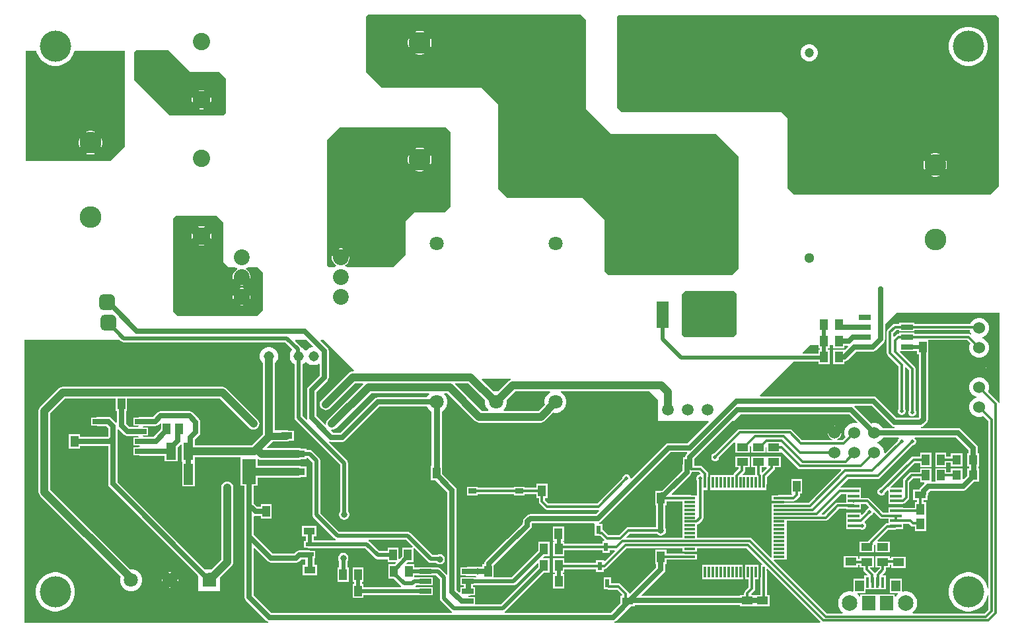
<source format=gbr>
%TF.GenerationSoftware,Altium Limited,Altium Designer,23.6.0 (18)*%
G04 Layer_Physical_Order=1*
G04 Layer_Color=255*
%FSLAX45Y45*%
%MOMM*%
%TF.SameCoordinates,1BF17B70-E076-4422-95A1-EF062E3CA17A*%
%TF.FilePolarity,Positive*%
%TF.FileFunction,Copper,L1,Top,Signal*%
%TF.Part,Single*%
G01*
G75*
%TA.AperFunction,SMDPad,CuDef*%
%ADD10R,1.60000X3.50000*%
%ADD11R,12.20000X9.75000*%
%ADD12R,1.02000X1.47000*%
%ADD13R,1.45000X1.00000*%
%ADD14R,1.47000X1.02000*%
%ADD15R,1.10000X1.30000*%
%ADD16R,1.00000X1.45000*%
%ADD17R,1.45000X0.95000*%
%TA.AperFunction,ConnectorPad*%
%ADD18R,1.15000X1.45000*%
%ADD19R,1.75000X1.90000*%
%ADD20R,0.40000X1.40000*%
%TA.AperFunction,SMDPad,CuDef*%
%ADD21R,1.52600X0.43500*%
%ADD22R,1.00000X0.70000*%
%ADD23R,0.60000X1.10000*%
%ADD24R,0.30000X1.47500*%
%ADD25R,1.47500X0.30000*%
%ADD26R,1.52500X0.65000*%
%ADD27R,1.05000X0.50000*%
%ADD28R,1.22000X2.72000*%
%ADD29R,1.25000X2.20000*%
%ADD30R,1.75000X0.95000*%
%ADD31R,1.75000X3.20000*%
%ADD32R,1.30000X1.80000*%
G04:AMPARAMS|DCode=33|XSize=2mm|YSize=2mm|CornerRadius=0.5mm|HoleSize=0mm|Usage=FLASHONLY|Rotation=0.000|XOffset=0mm|YOffset=0mm|HoleType=Round|Shape=RoundedRectangle|*
%AMROUNDEDRECTD33*
21,1,2.00000,1.00000,0,0,0.0*
21,1,1.00000,2.00000,0,0,0.0*
1,1,1.00000,0.50000,-0.50000*
1,1,1.00000,-0.50000,-0.50000*
1,1,1.00000,-0.50000,0.50000*
1,1,1.00000,0.50000,0.50000*
%
%ADD33ROUNDEDRECTD33*%
%TA.AperFunction,Conductor*%
%ADD34C,0.65000*%
%ADD35C,0.30000*%
%ADD36C,1.00000*%
%ADD37C,0.80000*%
%ADD38C,1.50000*%
%ADD39C,0.50000*%
%ADD40C,0.60000*%
%ADD41C,0.90000*%
%ADD42C,0.38100*%
%TA.AperFunction,ViaPad*%
%ADD43C,4.00000*%
%TA.AperFunction,ComponentPad*%
%ADD44R,1.80000X1.80000*%
%ADD45C,1.80000*%
%ADD46C,1.20000*%
%ADD47R,1.20000X1.20000*%
%ADD48C,1.99500*%
%ADD49C,1.31000*%
%ADD50C,2.03000*%
%ADD51C,1.52400*%
%ADD52C,2.78100*%
%ADD53C,1.30000*%
%ADD54R,2.22000X2.22000*%
%ADD55C,2.22000*%
%ADD56C,2.80000*%
%ADD57C,1.50000*%
%ADD58R,1.50000X1.50000*%
%TA.AperFunction,ViaPad*%
%ADD59C,0.60000*%
%ADD60C,0.50000*%
%ADD61C,0.80000*%
%ADD62C,1.00000*%
G36*
X1292500Y6117500D02*
X1105000Y5930000D01*
X25528D01*
X16556Y5938990D01*
X19415Y7342500D01*
X156540D01*
X159608Y7327078D01*
X178453Y7281581D01*
X205813Y7240634D01*
X240635Y7205813D01*
X281581Y7178453D01*
X327078Y7159608D01*
X375377Y7150000D01*
X424623D01*
X472922Y7159608D01*
X518419Y7178453D01*
X559365Y7205813D01*
X594187Y7240634D01*
X621547Y7281581D01*
X640392Y7327078D01*
X643460Y7342500D01*
X1292500Y7342500D01*
Y6117500D01*
D02*
G37*
G36*
X2130000Y7070000D02*
X2502500D01*
X2585000Y6987500D01*
Y6545000D01*
X2550000Y6510000D01*
X1870000D01*
X1410000Y6970000D01*
Y7327500D01*
X1435000Y7352500D01*
X1847500D01*
X2130000Y7070000D01*
D02*
G37*
G36*
X12490000Y7762500D02*
Y5610000D01*
X12380000Y5500000D01*
X9867500D01*
X9782500Y5585000D01*
Y6472500D01*
X9702500Y6552500D01*
X7660000D01*
X7597500Y6615000D01*
Y7785000D01*
X7612500Y7800000D01*
X12452500D01*
X12490000Y7762500D01*
D02*
G37*
G36*
X5460000Y6300000D02*
Y5337500D01*
X5390000Y5267500D01*
X4995000D01*
X4890000Y5162500D01*
Y4725000D01*
X4730000Y4565000D01*
X4143117D01*
X4129262Y4574257D01*
X4114495Y4580374D01*
X4113569Y4594504D01*
X4127620Y4602617D01*
X4148883Y4623879D01*
X4163917Y4649920D01*
X4171700Y4678965D01*
Y4709035D01*
X4168675Y4720323D01*
X4099926Y4651573D01*
X4057499Y4694000D01*
X4015073Y4651573D01*
X3946324Y4720322D01*
X3943300Y4709035D01*
Y4678965D01*
X3951083Y4649920D01*
X3966117Y4623879D01*
X3987379Y4602617D01*
X4001431Y4594504D01*
X4000505Y4580374D01*
X3985738Y4574257D01*
X3971883Y4565000D01*
X3905000D01*
X3882500Y4587500D01*
Y6200000D01*
X4045000Y6362500D01*
X5397500D01*
X5460000Y6300000D01*
D02*
G37*
G36*
X7197500Y7740000D02*
Y6595000D01*
X7517500Y6275000D01*
X8867499D01*
X9152500Y5990000D01*
Y4547500D01*
X9067500Y4462500D01*
X7487500D01*
X7435000Y4515000D01*
Y5177500D01*
X7157500Y5455000D01*
X6190000D01*
X6075000Y5570000D01*
Y6655000D01*
X5860000Y6870000D01*
X4580000D01*
X4382500Y7067500D01*
Y7780000D01*
X4407500Y7805000D01*
X7132500D01*
X7197500Y7740000D01*
D02*
G37*
G36*
X2547500Y5142500D02*
Y4632500D01*
X2612500Y4567500D01*
X2704128D01*
X2715738Y4559743D01*
X2730505Y4553626D01*
X2731431Y4539496D01*
X2717379Y4531383D01*
X2696117Y4510121D01*
X2681083Y4484080D01*
X2673300Y4455035D01*
Y4424965D01*
X2676324Y4413678D01*
X2745073Y4482426D01*
X2787499Y4440000D01*
X2829926Y4482426D01*
X2898675Y4413677D01*
X2901700Y4424965D01*
Y4455035D01*
X2893917Y4484080D01*
X2878883Y4510121D01*
X2857620Y4531383D01*
X2843569Y4539496D01*
X2844495Y4553626D01*
X2859262Y4559743D01*
X2870872Y4567500D01*
X2992500D01*
X3060000Y4500000D01*
Y4017500D01*
X2985000Y3942500D01*
X1957500D01*
X1905000Y3995000D01*
Y5187500D01*
X1945000Y5227500D01*
X2462500D01*
X2547500Y5142500D01*
D02*
G37*
G36*
X12122400Y3736289D02*
X12139015Y3707512D01*
X12129548Y3699705D01*
X12128627Y3700627D01*
X12115263Y3709556D01*
X12099500Y3712691D01*
X11407450D01*
Y3724000D01*
X11214950D01*
Y3712691D01*
X11206500D01*
X11190737Y3709556D01*
X11177373Y3700627D01*
X11150425Y3673678D01*
X11138691Y3678538D01*
Y3720438D01*
X11175562Y3757308D01*
X11214950D01*
Y3746000D01*
X11407450D01*
Y3757308D01*
X12116768D01*
X12122400Y3736289D01*
D02*
G37*
G36*
X9130000Y4225000D02*
Y3710000D01*
X9087500Y3667500D01*
X8462500D01*
X8425000Y3705000D01*
Y4215000D01*
X8475000Y4265000D01*
X9090000D01*
X9130000Y4225000D01*
D02*
G37*
G36*
X3702780Y3551233D02*
X3697920Y3539500D01*
X3693044D01*
X3663669Y3531629D01*
X3637331Y3516423D01*
X3621540Y3500631D01*
X3613000Y3496339D01*
X3604460Y3500631D01*
X3588668Y3516423D01*
X3562331Y3531629D01*
X3553819Y3533909D01*
X3543863Y3548810D01*
X3471906Y3620767D01*
X3476766Y3632500D01*
X3621513D01*
X3702780Y3551233D01*
D02*
G37*
G36*
X1238664Y3618664D02*
X1255335Y3607524D01*
X1275000Y3603613D01*
X3343715D01*
X3438868Y3508460D01*
X3425327Y3494919D01*
X3410121Y3468581D01*
X3408965Y3464266D01*
X3395336Y3462472D01*
X3389826Y3472016D01*
X3375266Y3486576D01*
X3357434Y3496871D01*
X3337545Y3502200D01*
X3316955D01*
X3297066Y3496871D01*
X3279234Y3486576D01*
X3264674Y3472016D01*
X3259164Y3462472D01*
X3245535Y3464266D01*
X3244379Y3468581D01*
X3229173Y3494919D01*
X3207668Y3516423D01*
X3181331Y3531629D01*
X3151956Y3539500D01*
X3121544D01*
X3092169Y3531629D01*
X3065831Y3516423D01*
X3044327Y3494919D01*
X3029121Y3468581D01*
X3021250Y3439206D01*
Y3408794D01*
X3029121Y3379419D01*
X3044327Y3353081D01*
X3060699Y3336709D01*
Y2420751D01*
X2922249Y2282300D01*
X2191534D01*
Y2355800D01*
X2239243Y2403510D01*
X2252040Y2422662D01*
X2256534Y2445253D01*
Y2577501D01*
X2252040Y2600092D01*
X2239243Y2619244D01*
X2159244Y2699244D01*
X2140092Y2712041D01*
X2117500Y2716535D01*
X1749725D01*
X1727134Y2712041D01*
X1707982Y2699244D01*
X1653273Y2644534D01*
X1493700D01*
X1471109Y2640041D01*
X1468054Y2638000D01*
X1397450D01*
Y2533000D01*
X1462927D01*
X1465925Y2530234D01*
X1460962Y2517534D01*
X1345953D01*
X1305034Y2558453D01*
Y2716500D01*
X1317000D01*
Y2877450D01*
X2509999D01*
X2883724Y2503724D01*
X2899475Y2491638D01*
X2917817Y2484041D01*
X2937500Y2481449D01*
X2957183Y2484041D01*
X2975525Y2491638D01*
X2991276Y2503724D01*
X3003362Y2519475D01*
X3010959Y2537817D01*
X3013551Y2557500D01*
X3010959Y2577183D01*
X3003362Y2595525D01*
X2991276Y2611276D01*
X2595276Y3007276D01*
X2579525Y3019362D01*
X2561183Y3026960D01*
X2541500Y3029551D01*
X491000D01*
X471317Y3026960D01*
X452975Y3019362D01*
X437224Y3007276D01*
X206224Y2776276D01*
X194138Y2760525D01*
X186541Y2742183D01*
X183949Y2722500D01*
Y1682500D01*
X186541Y1662817D01*
X194138Y1644475D01*
X206224Y1628724D01*
X1237717Y597231D01*
X1230000Y568431D01*
Y531569D01*
X1239541Y495962D01*
X1257972Y464038D01*
X1284038Y437972D01*
X1315962Y419541D01*
X1351569Y410000D01*
X1388431D01*
X1424038Y419541D01*
X1455962Y437972D01*
X1482028Y464038D01*
X1500459Y495962D01*
X1510000Y531569D01*
Y568431D01*
X1500459Y604038D01*
X1482028Y635962D01*
X1455962Y662028D01*
X1424038Y680459D01*
X1388431Y690000D01*
X1360052D01*
X336051Y1714001D01*
Y2690999D01*
X522502Y2877450D01*
X1175000D01*
Y2716500D01*
X1186966D01*
Y2575226D01*
X1174266Y2571722D01*
X1118744Y2627244D01*
X1099592Y2640041D01*
X1077000Y2644534D01*
X951300D01*
X928708Y2640041D01*
X925654Y2638000D01*
X855050D01*
Y2533000D01*
X925654D01*
X928708Y2530959D01*
X951300Y2526466D01*
X1052547D01*
X1075966Y2503047D01*
Y2394029D01*
X1072471Y2390534D01*
X716000D01*
Y2425000D01*
X574000D01*
Y2238000D01*
X716000D01*
Y2272466D01*
X1075966D01*
Y1785000D01*
X1080459Y1762408D01*
X1093256Y1743256D01*
X2230000Y606512D01*
Y410000D01*
X2510000D01*
Y582448D01*
X2656276Y728724D01*
X2668362Y744475D01*
X2675959Y762816D01*
X2678551Y782500D01*
Y1740000D01*
X2675959Y1759684D01*
X2668362Y1778025D01*
X2656276Y1793776D01*
X2640525Y1805862D01*
X2622183Y1813459D01*
X2602500Y1816051D01*
X2582817Y1813459D01*
X2564475Y1805862D01*
X2548724Y1793776D01*
X2536638Y1778025D01*
X2529041Y1759684D01*
X2526449Y1740000D01*
Y814001D01*
X2402448Y690000D01*
X2313488D01*
X1194034Y1809453D01*
Y2369576D01*
Y2486274D01*
X1206734Y2489778D01*
X1279756Y2416756D01*
X1298909Y2403959D01*
X1321500Y2399466D01*
X1460962D01*
X1465925Y2386766D01*
X1462927Y2384000D01*
X1397450D01*
Y2279000D01*
X1468054D01*
X1471109Y2276959D01*
X1483601Y2274474D01*
Y2261526D01*
X1471109Y2259041D01*
X1468054Y2257000D01*
X1397450D01*
Y2152000D01*
X1468054D01*
X1471109Y2149959D01*
X1493700Y2145466D01*
X1800000D01*
Y2077500D01*
X1965000D01*
Y2254013D01*
X2007300Y2296313D01*
X2020000Y2291052D01*
Y2077500D01*
X2021103D01*
X2024000Y2066000D01*
X2024000D01*
Y1754000D01*
X2186000D01*
Y2065214D01*
X2186000Y2065999D01*
X2186001D01*
X2185000Y2077501D01*
X2185000D01*
Y2130199D01*
X2768962D01*
X2775000Y2120000D01*
Y1760000D01*
X2823466D01*
Y1512500D01*
Y1115000D01*
Y332500D01*
X2827960Y309908D01*
X2840757Y290756D01*
X3100756Y30756D01*
X3119908Y17959D01*
X3130635Y15826D01*
X3129385Y3125D01*
X11481Y2502D01*
X2500Y11481D01*
Y3632500D01*
X1224827D01*
X1238664Y3618664D01*
D02*
G37*
G36*
X10180000Y3527500D02*
X10198613D01*
Y3507500D01*
X10180000D01*
Y3458887D01*
X9980481D01*
X9975620Y3470620D01*
X10075000Y3570000D01*
X10180000D01*
Y3527500D01*
D02*
G37*
G36*
X12502500Y3977500D02*
Y2821246D01*
X12489800Y2819995D01*
X12488056Y2828763D01*
X12479127Y2842127D01*
X12353707Y2967547D01*
X12357599Y2974289D01*
X12366200Y3006385D01*
Y3039615D01*
X12357599Y3071711D01*
X12340985Y3100489D01*
X12317488Y3123985D01*
X12288711Y3140600D01*
X12256615Y3149200D01*
X12223385D01*
X12191289Y3140600D01*
X12162511Y3123985D01*
X12139015Y3100489D01*
X12122400Y3071711D01*
X12113800Y3039615D01*
Y3006385D01*
X12122400Y2974289D01*
X12139015Y2945512D01*
X12162511Y2922015D01*
X12191289Y2905401D01*
X12201837Y2902574D01*
Y2889426D01*
X12191289Y2886600D01*
X12162511Y2869985D01*
X12139015Y2846489D01*
X12122400Y2817711D01*
X12113800Y2785615D01*
Y2752385D01*
X12122400Y2720289D01*
X12139015Y2691512D01*
X12162511Y2668015D01*
X12191289Y2651401D01*
X12223385Y2642800D01*
X12256615D01*
X12288711Y2651401D01*
X12295453Y2655293D01*
X12358809Y2591938D01*
Y445435D01*
X12346109Y444184D01*
X12340392Y472922D01*
X12321547Y518419D01*
X12294187Y559365D01*
X12259365Y594187D01*
X12218419Y621547D01*
X12172922Y640392D01*
X12124623Y650000D01*
X12075377D01*
X12027078Y640392D01*
X11981581Y621547D01*
X11940634Y594187D01*
X11905813Y559365D01*
X11878453Y518419D01*
X11859608Y472922D01*
X11850000Y424623D01*
Y375377D01*
X11859608Y327078D01*
X11878453Y281581D01*
X11905813Y240635D01*
X11940634Y205813D01*
X11981581Y178453D01*
X12027078Y159608D01*
X12075377Y150000D01*
X12124623D01*
X12172922Y159608D01*
X12218419Y178453D01*
X12259365Y205813D01*
X12294187Y240635D01*
X12321547Y281581D01*
X12340392Y327078D01*
X12346109Y355816D01*
X12358809Y354565D01*
Y172062D01*
X12307938Y121192D01*
X11387143D01*
X11383291Y133892D01*
X11390460Y138682D01*
X11411318Y159540D01*
X11427706Y184067D01*
X11438995Y211320D01*
X11444750Y240251D01*
Y269749D01*
X11438995Y298680D01*
X11427706Y325933D01*
X11411318Y350460D01*
X11390460Y371318D01*
X11365933Y387707D01*
X11338680Y398995D01*
X11309749Y404750D01*
X11280251D01*
X11259700Y400662D01*
X11247000Y410220D01*
Y570500D01*
X11092000D01*
Y385500D01*
X11198889D01*
X11202576Y373347D01*
X11199540Y371318D01*
X11178681Y350460D01*
X11170200Y337766D01*
X11157500Y341619D01*
Y370000D01*
X10942500D01*
Y370000D01*
X10932499D01*
Y370000D01*
X10717500D01*
Y341619D01*
X10704800Y337766D01*
X10696318Y350460D01*
X10675460Y371318D01*
X10672424Y373347D01*
X10676110Y385500D01*
X10783000D01*
Y430000D01*
X11042500D01*
Y610000D01*
X11004847D01*
X10999987Y621733D01*
X11034127Y655873D01*
X11043056Y669237D01*
X11046192Y685000D01*
Y715000D01*
X11095000D01*
Y751309D01*
X11111500D01*
Y709000D01*
X11298500D01*
Y851000D01*
X11111500D01*
Y833691D01*
X11095000D01*
Y855000D01*
X10910000D01*
Y715000D01*
X10963809D01*
Y702062D01*
X10913621Y651874D01*
X10911008Y647963D01*
X10898293Y646782D01*
X10895556Y647697D01*
X10840953Y702300D01*
X10844152Y715000D01*
X10890000D01*
Y855000D01*
X10705000D01*
Y826191D01*
X10691000D01*
Y857500D01*
X10504000D01*
Y715500D01*
X10691000D01*
Y743809D01*
X10705000D01*
Y715000D01*
X10756309D01*
Y687500D01*
X10759444Y671737D01*
X10768373Y658373D01*
X10805013Y621733D01*
X10800153Y610000D01*
X10767500D01*
Y570500D01*
X10628000D01*
Y410220D01*
X10615300Y400662D01*
X10594749Y404750D01*
X10565251D01*
X10536320Y398995D01*
X10509067Y387707D01*
X10484540Y371318D01*
X10463682Y350460D01*
X10447293Y325933D01*
X10436005Y298680D01*
X10430250Y269749D01*
Y240251D01*
X10436005Y211320D01*
X10447293Y184067D01*
X10463682Y159540D01*
X10484540Y138682D01*
X10491709Y133892D01*
X10487856Y121192D01*
X10289562D01*
X9604987Y805767D01*
X9609847Y817500D01*
X9770050D01*
Y917500D01*
Y1017500D01*
Y1117500D01*
Y1217500D01*
Y1311309D01*
X10270000D01*
X10285763Y1314444D01*
X10299127Y1323373D01*
X10439562Y1463809D01*
X10532500D01*
Y1460050D01*
X10725100D01*
Y1524009D01*
X10787738D01*
X10824614Y1487133D01*
X10819584Y1474202D01*
X10803951Y1467727D01*
X10789773Y1453549D01*
X10782100Y1435025D01*
Y1432853D01*
X10736833Y1387586D01*
X10725100Y1392447D01*
Y1416550D01*
X10532500D01*
Y1333050D01*
Y1269450D01*
Y1206050D01*
X10710887D01*
X10726447Y1199605D01*
X10746498D01*
X10765022Y1207278D01*
X10779199Y1221456D01*
X10786873Y1239980D01*
Y1260030D01*
X10779199Y1278554D01*
X10769829Y1287924D01*
X10769380Y1303627D01*
X10840353Y1374600D01*
X10842525D01*
X10861049Y1382273D01*
X10875227Y1396451D01*
X10881702Y1412084D01*
X10894633Y1417113D01*
X10963374Y1348373D01*
X10976737Y1339444D01*
X10992500Y1336308D01*
X11074900D01*
Y1282242D01*
X11063550D01*
X11047787Y1279106D01*
X11034423Y1270177D01*
X10825873Y1061627D01*
X10816944Y1048263D01*
X10816295Y1045000D01*
X10705000D01*
Y905000D01*
X10890000D01*
Y989664D01*
X10893056Y994237D01*
X10895204Y1005035D01*
X10897300Y1006527D01*
X10910000Y999977D01*
Y905000D01*
X11095000D01*
Y1045000D01*
X10942347D01*
X10937487Y1056733D01*
X11080612Y1199859D01*
X11164450D01*
X11180213Y1202994D01*
X11184787Y1206050D01*
X11267500D01*
Y1270009D01*
X11339238D01*
X11358373Y1250873D01*
X11371737Y1241944D01*
X11387500Y1238809D01*
X11414500D01*
Y1179000D01*
X11556500D01*
Y1362500D01*
X11557500D01*
Y1549500D01*
X11526191D01*
Y1576000D01*
X11580000D01*
Y1632854D01*
X11582040Y1635909D01*
X11586534Y1658500D01*
Y1673293D01*
X11611706Y1698465D01*
X12035000D01*
X12057591Y1702959D01*
X12076743Y1715756D01*
X12170987Y1810000D01*
X12237500D01*
Y1980000D01*
X12231534D01*
Y2010000D01*
X12237500D01*
Y2180000D01*
X12221534D01*
Y2245000D01*
X12217041Y2267592D01*
X12204244Y2286744D01*
X12006744Y2484244D01*
X11987591Y2497041D01*
X11965000Y2501534D01*
X11492040D01*
X11490789Y2514234D01*
X11509515Y2517959D01*
X11528667Y2530756D01*
X11566744Y2568833D01*
X11579541Y2587985D01*
X11584034Y2610576D01*
Y3449000D01*
X11586000D01*
Y3630308D01*
X12082438D01*
X12126293Y3586454D01*
X12122400Y3579711D01*
X12113800Y3547615D01*
Y3514385D01*
X12122400Y3482289D01*
X12139015Y3453512D01*
X12162511Y3430015D01*
X12191289Y3413401D01*
X12223385Y3404800D01*
X12256615D01*
X12288711Y3413401D01*
X12317488Y3430015D01*
X12340985Y3453512D01*
X12357599Y3482289D01*
X12366200Y3514385D01*
Y3547615D01*
X12357599Y3579711D01*
X12340985Y3608489D01*
X12317488Y3631985D01*
X12288711Y3648600D01*
X12278163Y3651426D01*
Y3664574D01*
X12288711Y3667401D01*
X12317488Y3684015D01*
X12340985Y3707512D01*
X12357599Y3736289D01*
X12366200Y3768385D01*
Y3801615D01*
X12357599Y3833711D01*
X12340985Y3862489D01*
X12317488Y3885985D01*
X12288711Y3902600D01*
X12256615Y3911200D01*
X12223385D01*
X12191289Y3902600D01*
X12162511Y3885985D01*
X12139015Y3862489D01*
X12125853Y3839691D01*
X11407450D01*
Y3851000D01*
X11214950D01*
Y3839691D01*
X11158500D01*
X11142737Y3836556D01*
X11129373Y3827627D01*
X11068373Y3766627D01*
X11059444Y3753263D01*
X11056309Y3737500D01*
Y3462500D01*
X11059444Y3446737D01*
X11068373Y3433373D01*
X11206309Y3295438D01*
Y2747585D01*
X11204773Y2746049D01*
X11197100Y2727525D01*
Y2707475D01*
X11204773Y2688951D01*
X11218951Y2674773D01*
X11237475Y2667100D01*
X11257525D01*
X11276049Y2674773D01*
X11290227Y2688951D01*
X11297900Y2707475D01*
Y2727525D01*
X11290227Y2746049D01*
X11288691Y2747585D01*
Y3278961D01*
X11300425Y3283822D01*
X11338809Y3245438D01*
Y2730085D01*
X11337273Y2728549D01*
X11329600Y2710025D01*
Y2689975D01*
X11337273Y2671451D01*
X11351451Y2657273D01*
X11369975Y2649600D01*
X11390025D01*
X11408549Y2657273D01*
X11422727Y2671451D01*
X11430400Y2689975D01*
Y2710025D01*
X11422727Y2728549D01*
X11421192Y2730085D01*
Y3262500D01*
X11418056Y3278263D01*
X11409127Y3291626D01*
X11221453Y3479300D01*
X11226714Y3492000D01*
X11308740D01*
X11313200Y3491113D01*
X11444000D01*
Y3449000D01*
X11465966D01*
Y2635029D01*
X11462471Y2631534D01*
X11181953D01*
X10921411Y2892077D01*
X10902259Y2904874D01*
X10879667Y2909367D01*
X9430961D01*
X9426101Y2921101D01*
X9861113Y3356113D01*
X10180000D01*
Y3322500D01*
X10320000D01*
Y3507500D01*
X10301387D01*
Y3527500D01*
X10320000D01*
Y3570000D01*
X10370001D01*
Y3527500D01*
X10510000D01*
Y3560966D01*
X10555885D01*
X10560745Y3549232D01*
X10522103Y3510590D01*
X10510000Y3507500D01*
Y3507500D01*
X10509999Y3507500D01*
X10370000D01*
Y3322500D01*
X10510000D01*
Y3355966D01*
X10532592Y3360459D01*
X10551744Y3373256D01*
X10663953Y3485465D01*
X10877000D01*
X10899591Y3489959D01*
X10918743Y3502756D01*
X11016744Y3600756D01*
X11029541Y3619908D01*
X11034034Y3642500D01*
Y3834034D01*
X11182500Y3982500D01*
X12497500D01*
X12502500Y3977500D01*
D02*
G37*
G36*
X6236017Y3119800D02*
X6220475Y3113362D01*
X6204724Y3101276D01*
X6076986Y2973538D01*
X6065931Y2976500D01*
X6029069D01*
X6011223Y2971718D01*
X5862174Y3120767D01*
X5867034Y3132500D01*
X6233491D01*
X6236017Y3119800D01*
D02*
G37*
G36*
X6741242Y2958749D02*
X6723538Y2948528D01*
X6697472Y2922462D01*
X6679041Y2890538D01*
X6669500Y2854931D01*
Y2818069D01*
X6672462Y2807014D01*
X6588999Y2723551D01*
X6150501D01*
X6145240Y2736251D01*
X6159528Y2750538D01*
X6177959Y2782462D01*
X6187500Y2818069D01*
Y2854931D01*
X6184538Y2865986D01*
X6290001Y2971449D01*
X6737839D01*
X6741242Y2958749D01*
D02*
G37*
G36*
X5908642Y2859195D02*
X5907500Y2854931D01*
Y2818069D01*
X5917041Y2782462D01*
X5935472Y2750538D01*
X5949760Y2736251D01*
X5944499Y2723551D01*
X5864001D01*
X5520336Y3067216D01*
X5525196Y3078949D01*
X5688888D01*
X5908642Y2859195D01*
D02*
G37*
G36*
X8122500Y2865000D02*
Y2595000D01*
X8120000Y2592500D01*
X8770198D01*
X8775058Y2580767D01*
X8503326Y2309034D01*
X8260000D01*
X8237408Y2304541D01*
X8218256Y2291744D01*
X7782133Y1855621D01*
X7770400Y1860481D01*
Y1862525D01*
X7762727Y1881049D01*
X7748549Y1895227D01*
X7730025Y1902900D01*
X7709975D01*
X7691451Y1895227D01*
X7677273Y1881049D01*
X7669600Y1862525D01*
Y1860353D01*
X7345364Y1536118D01*
X6719636D01*
X6677691Y1578062D01*
Y1601500D01*
X6707500D01*
Y1788500D01*
X6565500D01*
Y1736191D01*
X6415000D01*
Y1750000D01*
X6275000D01*
Y1736191D01*
X5815000D01*
Y1750000D01*
X5675000D01*
Y1640000D01*
X5815000D01*
Y1653808D01*
X6275000D01*
Y1640000D01*
X6415000D01*
Y1653808D01*
X6565500D01*
Y1601500D01*
X6595308D01*
Y1561000D01*
X6598444Y1545237D01*
X6607373Y1531873D01*
X6673447Y1465799D01*
X6686811Y1456870D01*
X6702574Y1453735D01*
X7362287D01*
X7362583Y1453432D01*
X7368508Y1441996D01*
X7325547Y1399035D01*
X6485577D01*
X6462985Y1394541D01*
X6443833Y1381744D01*
X6405757Y1343667D01*
X6392960Y1324515D01*
X6388466Y1301924D01*
Y1275029D01*
X6189088Y1075651D01*
X6175756Y1066744D01*
X5910756Y801744D01*
X5897959Y782592D01*
X5893465Y760000D01*
Y756000D01*
X5873000D01*
Y719534D01*
X5841399D01*
X5838093Y721443D01*
X5821460Y725900D01*
X5804240D01*
X5787606Y721443D01*
X5784301Y719534D01*
X5683700D01*
X5661108Y715040D01*
X5658054Y713000D01*
X5587450D01*
Y608000D01*
X5658054D01*
X5661108Y605959D01*
X5683700Y601465D01*
X5783648D01*
X5791589Y597587D01*
X5788653Y584887D01*
X5779950D01*
Y586000D01*
X5695201D01*
X5690000Y587034D01*
X5684799Y586000D01*
X5587450D01*
Y481000D01*
X5630965D01*
Y459000D01*
X5587450D01*
Y397631D01*
X5575717Y392770D01*
X5544034Y424453D01*
Y1702500D01*
X5539541Y1725092D01*
X5526744Y1744244D01*
X5352500Y1918488D01*
Y2020000D01*
X5349964D01*
Y2712061D01*
X5371462Y2724472D01*
X5397528Y2750538D01*
X5415959Y2782462D01*
X5425500Y2818069D01*
Y2854931D01*
X5415959Y2890538D01*
X5397528Y2922462D01*
X5381240Y2938749D01*
X5386501Y2951449D01*
X5420999D01*
X5778724Y2593724D01*
X5794475Y2581638D01*
X5812817Y2574041D01*
X5832500Y2571449D01*
X6620500D01*
X6640183Y2574041D01*
X6658525Y2581638D01*
X6674276Y2593724D01*
X6780014Y2699462D01*
X6791069Y2696500D01*
X6827931D01*
X6863538Y2706041D01*
X6895462Y2724472D01*
X6921528Y2750538D01*
X6939959Y2782462D01*
X6949500Y2818069D01*
Y2854931D01*
X6939959Y2890538D01*
X6921528Y2922462D01*
X6895462Y2948528D01*
X6877758Y2958749D01*
X6881161Y2971449D01*
X8016051D01*
X8122500Y2865000D01*
D02*
G37*
G36*
X3621540Y3347369D02*
X3637331Y3331577D01*
X3663669Y3316371D01*
X3693044Y3308500D01*
X3723456D01*
X3752831Y3316371D01*
X3775766Y3329612D01*
X3788466Y3324419D01*
Y3178586D01*
X3643256Y3033377D01*
X3630459Y3014225D01*
X3625966Y2991634D01*
Y2632500D01*
X3629152Y2616481D01*
X3617447Y2610225D01*
X3569137Y2658536D01*
Y3320301D01*
X3588668Y3331577D01*
X3604460Y3347369D01*
X3613000Y3351661D01*
X3621540Y3347369D01*
D02*
G37*
G36*
X10676491Y2576522D02*
X10669916Y2565136D01*
X10656615Y2568700D01*
X10623385D01*
X10591289Y2560100D01*
X10562512Y2543485D01*
X10539015Y2519989D01*
X10522401Y2491211D01*
X10513800Y2459115D01*
Y2425885D01*
X10522401Y2393789D01*
X10526293Y2387047D01*
X10485438Y2346191D01*
X10434800D01*
X10434297Y2346291D01*
X10419497D01*
X10417825Y2358991D01*
X10420314Y2359658D01*
X10440586Y2371362D01*
X10457138Y2387914D01*
X10468842Y2408186D01*
X10474900Y2430796D01*
Y2446547D01*
X10428426Y2400074D01*
X10386000Y2442500D01*
X10343574Y2400074D01*
X10297100Y2446547D01*
Y2430796D01*
X10303158Y2408186D01*
X10314862Y2387914D01*
X10331414Y2371362D01*
X10351686Y2359658D01*
X10354175Y2358991D01*
X10352503Y2346291D01*
X10337703D01*
X10337200Y2346191D01*
X9972062D01*
X9844127Y2474127D01*
X9830763Y2483056D01*
X9815000Y2486191D01*
X9168850D01*
X9153087Y2483056D01*
X9139724Y2474127D01*
X8846997Y2181400D01*
X8844825D01*
X8826301Y2173727D01*
X8812124Y2159549D01*
X8804451Y2141025D01*
Y2120975D01*
X8812124Y2102451D01*
X8826301Y2088273D01*
X8844825Y2080600D01*
X8864876D01*
X8883400Y2088273D01*
X8897577Y2102451D01*
X8905250Y2120975D01*
Y2123147D01*
X9099800Y2317696D01*
X9112500Y2312436D01*
Y2187500D01*
X9297500D01*
Y2264187D01*
X9302300Y2267836D01*
X9315000Y2261537D01*
Y2187500D01*
X9500000D01*
Y2260120D01*
X9502300Y2261657D01*
X9515000Y2254869D01*
Y2187500D01*
X9700000D01*
Y2187500D01*
X9708306Y2190940D01*
X9913373Y1985873D01*
X9926737Y1976944D01*
X9942500Y1973808D01*
X9942501Y1973809D01*
X10466462D01*
X10471322Y1962075D01*
X10052938Y1543691D01*
X9676300D01*
X9660537Y1540556D01*
X9655963Y1537500D01*
X9582550D01*
Y1467500D01*
Y1367500D01*
Y1267500D01*
Y1167500D01*
Y1067500D01*
Y967500D01*
Y844797D01*
X9570817Y839937D01*
X9329127Y1081627D01*
X9315763Y1090556D01*
X9300000Y1093691D01*
X8622450D01*
Y1167500D01*
Y1262403D01*
X8632711Y1264444D01*
X8646074Y1273373D01*
X8691227Y1318526D01*
X8700156Y1331889D01*
X8703291Y1347653D01*
Y1707550D01*
X8762500D01*
Y1780963D01*
X8765556Y1785537D01*
X8768691Y1801300D01*
Y1915000D01*
X8765556Y1930763D01*
X8756627Y1944127D01*
X8692627Y2008127D01*
X8679263Y2017056D01*
X8663500Y2020192D01*
X8590410D01*
X8586195Y2032892D01*
X8586541Y2033409D01*
X8591035Y2056000D01*
Y2106665D01*
X9076870Y2592500D01*
X9097500D01*
X9184191Y2679191D01*
X10053696D01*
X10060254Y2680496D01*
X10572517D01*
X10676491Y2576522D01*
D02*
G37*
G36*
X4224716Y3242784D02*
X4219856Y3231051D01*
X4212500D01*
X4192816Y3228459D01*
X4174475Y3220862D01*
X4158724Y3208776D01*
X3811224Y2861276D01*
X3799138Y2845525D01*
X3791541Y2827183D01*
X3788949Y2807500D01*
X3791541Y2787817D01*
X3799138Y2769475D01*
X3811224Y2753724D01*
X3826975Y2741638D01*
X3845317Y2734041D01*
X3865000Y2731449D01*
X3884683Y2734041D01*
X3903025Y2741638D01*
X3918776Y2753724D01*
X4244001Y3078949D01*
X4339804D01*
X4344664Y3067216D01*
X3888724Y2611276D01*
X3876638Y2595525D01*
X3869041Y2577183D01*
X3866449Y2557500D01*
X3867208Y2551741D01*
X3855179Y2545809D01*
X3744034Y2656953D01*
Y2967181D01*
X3889244Y3112390D01*
X3902041Y3131542D01*
X3906534Y3154134D01*
Y3490000D01*
X3902041Y3512592D01*
X3889244Y3531744D01*
X3800221Y3620767D01*
X3805081Y3632500D01*
X3835000D01*
X4224716Y3242784D01*
D02*
G37*
G36*
X11115756Y2530756D02*
X11134908Y2517959D01*
X11153635Y2514234D01*
X11152384Y2501534D01*
X11005640D01*
X10994985Y2519989D01*
X10971489Y2543485D01*
X10942711Y2560100D01*
X10910615Y2568700D01*
X10877385D01*
X10856803Y2563185D01*
X10641389Y2778598D01*
X10645172Y2791298D01*
X10855214D01*
X11115756Y2530756D01*
D02*
G37*
G36*
X5189760Y2938749D02*
X5173472Y2922462D01*
X5157926Y2895534D01*
X4529000D01*
X4506409Y2891041D01*
X4487256Y2878244D01*
X4053047Y2444034D01*
X3956953D01*
X3930809Y2470179D01*
X3936741Y2482208D01*
X3942500Y2481449D01*
X3962183Y2484041D01*
X3980525Y2491638D01*
X3996276Y2503724D01*
X4444001Y2951449D01*
X5184499D01*
X5189760Y2938749D01*
D02*
G37*
G36*
X1755500Y2563194D02*
Y2502146D01*
X1753459Y2499092D01*
X1749450Y2478938D01*
X1661047Y2390534D01*
X1526438D01*
X1521475Y2403234D01*
X1524473Y2406000D01*
X1589950D01*
Y2511000D01*
X1524473D01*
X1521475Y2513766D01*
X1526438Y2526466D01*
X1677725D01*
X1700317Y2530959D01*
X1719469Y2543756D01*
X1743767Y2568054D01*
X1755500Y2563194D01*
D02*
G37*
G36*
X11209489Y2370766D02*
X11201228Y2362504D01*
X11193555Y2343980D01*
Y2341809D01*
X11032900Y2181154D01*
X11020200Y2186414D01*
Y2205115D01*
X11011600Y2237211D01*
X10994985Y2265989D01*
X10971489Y2289485D01*
X10942711Y2306100D01*
X10932163Y2308926D01*
Y2322074D01*
X10942711Y2324901D01*
X10971489Y2341515D01*
X10994985Y2365012D01*
X11005640Y2383466D01*
X11204229D01*
X11209489Y2370766D01*
D02*
G37*
G36*
X3691113Y2063715D02*
Y1390000D01*
X3695024Y1370335D01*
X3706164Y1353664D01*
X3976164Y1083664D01*
X3990496Y1074087D01*
X3988848Y1062551D01*
X3988383Y1061387D01*
X3708887D01*
Y1115000D01*
X3742500D01*
Y1250000D01*
X3557500D01*
Y1115000D01*
X3606113D01*
Y1055000D01*
X3585000D01*
Y965000D01*
X3634130D01*
X3637835Y962524D01*
X3657500Y958613D01*
X4368715D01*
X4493664Y833664D01*
X4510335Y822524D01*
X4530000Y818613D01*
X4657500D01*
Y785000D01*
X4758234D01*
X4763094Y773267D01*
X4745291Y755464D01*
X4742835Y754976D01*
X4739130Y752500D01*
X4667500D01*
Y567500D01*
X4734827D01*
X4828740Y473587D01*
X4826177Y464091D01*
X4823918Y460887D01*
X4347500D01*
Y505000D01*
X4328887D01*
Y525000D01*
X4347500D01*
Y710000D01*
X4207500D01*
Y525000D01*
X4226112D01*
Y505000D01*
X4207500D01*
Y320000D01*
X4347500D01*
Y358113D01*
X5045050D01*
Y354000D01*
X5237550D01*
Y459000D01*
X5117489D01*
X5108000Y460887D01*
X5017352D01*
X5013408Y473057D01*
X5020274Y481113D01*
X5045050D01*
Y481000D01*
X5237550D01*
Y586000D01*
X5045050D01*
Y583887D01*
X4997500D01*
Y608863D01*
X5045050D01*
Y608000D01*
X5237550D01*
Y609113D01*
X5280715D01*
X5326113Y563714D01*
Y317500D01*
X5330024Y297835D01*
X5341164Y281164D01*
X5471164Y151164D01*
X5481534Y144234D01*
X5477681Y131534D01*
X3166953D01*
X2941535Y356953D01*
Y955885D01*
X2953268Y960745D01*
X3123256Y790756D01*
X3142408Y777959D01*
X3165000Y773466D01*
X3485000D01*
X3507591Y777959D01*
X3526744Y790756D01*
X3549452Y813465D01*
X3603515D01*
Y750000D01*
X3565000D01*
Y615000D01*
X3750000D01*
Y750000D01*
X3716485D01*
Y835000D01*
X3730000D01*
Y925000D01*
X3675645D01*
X3672591Y927040D01*
X3650000Y931534D01*
X3525000D01*
X3502408Y927040D01*
X3483256Y914243D01*
X3460547Y891534D01*
X3189453D01*
X2941535Y1139453D01*
Y1367626D01*
X2951352Y1375683D01*
X2962500Y1373466D01*
X3030500D01*
Y1339000D01*
X3172500D01*
Y1526000D01*
X3030500D01*
Y1491534D01*
X2986953D01*
X2941535Y1536953D01*
Y1760000D01*
X2990000D01*
Y1863950D01*
X3512500D01*
X3532183Y1866541D01*
X3546570Y1872500D01*
X3620000D01*
Y2007500D01*
X3546570D01*
X3532183Y2013460D01*
X3512500Y2016051D01*
X2990000D01*
Y2098969D01*
X3001390Y2104587D01*
X3001975Y2104138D01*
X3020317Y2096541D01*
X3040000Y2093950D01*
X3512500D01*
X3532183Y2096541D01*
X3546570Y2102500D01*
X3620000D01*
Y2118613D01*
X3636215D01*
X3691113Y2063715D01*
D02*
G37*
G36*
X12103466Y2220547D02*
Y2180000D01*
X12087500D01*
Y2010000D01*
X12113465D01*
Y1980000D01*
X12087500D01*
Y1893487D01*
X12039233Y1845220D01*
X12027500Y1850081D01*
Y1980000D01*
X11877500D01*
Y1936191D01*
X11815000D01*
Y1987500D01*
X11675000D01*
Y1816534D01*
X11625000D01*
Y1987500D01*
X11485000D01*
Y1936191D01*
X11372500D01*
X11356737Y1933056D01*
X11343374Y1924127D01*
X11273373Y1854126D01*
X11264444Y1840763D01*
X11261308Y1825000D01*
Y1733950D01*
X11111297D01*
X11106437Y1745683D01*
X11414562Y2053808D01*
X11485000D01*
Y2002500D01*
X11625000D01*
Y2187500D01*
X11485000D01*
Y2136191D01*
X11397500D01*
X11381737Y2133056D01*
X11368373Y2124127D01*
X10979647Y1735400D01*
X10977475D01*
X10958951Y1727727D01*
X10944773Y1713549D01*
X10937100Y1695025D01*
Y1674975D01*
X10944773Y1656451D01*
X10958951Y1642273D01*
X10977475Y1634600D01*
X10997525D01*
X11016049Y1642273D01*
X11030227Y1656451D01*
X11037900Y1674975D01*
Y1677147D01*
X11063167Y1702414D01*
X11074900Y1697553D01*
Y1587050D01*
Y1523450D01*
X11267500D01*
Y1531953D01*
X11277761Y1533994D01*
X11291124Y1542924D01*
X11331627Y1583426D01*
X11340556Y1596789D01*
X11343691Y1612553D01*
Y1807938D01*
X11389562Y1853809D01*
X11485000D01*
Y1802500D01*
X11530806D01*
X11536066Y1789800D01*
X11485756Y1739490D01*
X11472959Y1720338D01*
X11471102Y1711000D01*
X11395000D01*
Y1576000D01*
X11443808D01*
Y1549500D01*
X11415500D01*
Y1479392D01*
X11267500D01*
Y1479950D01*
X11074900D01*
Y1418691D01*
X11009562D01*
X10833927Y1594327D01*
X10820563Y1603256D01*
X10804800Y1606392D01*
X10725100D01*
Y1733950D01*
X10532500D01*
Y1733691D01*
X10464906D01*
X10459645Y1746391D01*
X10562062Y1848809D01*
X10940000D01*
X10955763Y1851944D01*
X10969127Y1860873D01*
X11387854Y2279600D01*
X11390025D01*
X11408549Y2287273D01*
X11422727Y2301451D01*
X11430400Y2319975D01*
Y2340025D01*
X11422727Y2358549D01*
X11410511Y2370766D01*
X11412536Y2380039D01*
X11414404Y2383466D01*
X11940547D01*
X12103466Y2220547D01*
D02*
G37*
G36*
X8666146Y1918100D02*
X8660886Y1905400D01*
X8652075D01*
X8633551Y1897727D01*
X8619373Y1883549D01*
X8611700Y1865025D01*
Y1844975D01*
X8619373Y1826451D01*
X8620909Y1824915D01*
Y1637500D01*
X8549037D01*
X8544463Y1640556D01*
X8528700Y1643691D01*
X8302272D01*
X8297412Y1655425D01*
X8536744Y1894756D01*
X8549541Y1913909D01*
X8554034Y1936500D01*
Y1937809D01*
X8646438D01*
X8666146Y1918100D01*
D02*
G37*
G36*
X10532500Y1546191D02*
X10422500D01*
X10406737Y1543056D01*
X10393373Y1534127D01*
X10252938Y1393691D01*
X10223538D01*
X10218678Y1405425D01*
X10464562Y1651309D01*
X10532500D01*
Y1546191D01*
D02*
G37*
G36*
X8496628Y2179232D02*
X8490257Y2172861D01*
X8477460Y2153709D01*
X8472966Y2131117D01*
Y2131000D01*
X8442500D01*
Y2044646D01*
X8440459Y2041592D01*
X8435966Y2019000D01*
Y1960953D01*
X8174562Y1699550D01*
X8154409Y1695541D01*
X8151355Y1693500D01*
X8087500D01*
Y1506500D01*
X8098466D01*
Y1228691D01*
X7740000D01*
X7724237Y1225556D01*
X7710873Y1216627D01*
X7625438Y1131192D01*
X7487062D01*
X7431627Y1186627D01*
X7418263Y1195556D01*
X7412500Y1196702D01*
Y1272500D01*
X7372537D01*
X7371287Y1285200D01*
X7372592Y1285459D01*
X7391744Y1298256D01*
X8284453Y2190966D01*
X8491768D01*
X8496628Y2179232D01*
D02*
G37*
G36*
X8434950Y1517500D02*
Y1417500D01*
Y1317500D01*
Y1217500D01*
Y1093691D01*
X7721038D01*
X7716178Y1105425D01*
X7757062Y1146309D01*
X8108702D01*
X8119843Y1135167D01*
X8134756Y1126557D01*
X8151390Y1122100D01*
X8168610D01*
X8185243Y1126557D01*
X8200157Y1135167D01*
X8212333Y1147343D01*
X8220943Y1162257D01*
X8225400Y1178890D01*
Y1196110D01*
X8220943Y1212744D01*
X8216534Y1220379D01*
Y1506500D01*
X8229500D01*
Y1561309D01*
X8434950D01*
Y1517500D01*
D02*
G37*
G36*
X7312500Y1272500D02*
Y1122500D01*
X7357163D01*
X7361737Y1119444D01*
X7377500Y1116308D01*
X7385438D01*
X7436547Y1065200D01*
X7431286Y1052500D01*
X7407500D01*
Y1018691D01*
X6920000D01*
Y1040000D01*
X6900137D01*
Y1054000D01*
X6918500D01*
Y1241000D01*
X6776500D01*
Y1054000D01*
X6797363D01*
Y1040000D01*
X6780000D01*
Y855000D01*
X6920000D01*
Y936309D01*
X7407500D01*
Y902500D01*
X7507500D01*
Y936309D01*
X7566462D01*
X7571322Y924575D01*
X7441733Y794986D01*
X7430000Y799847D01*
Y805000D01*
X7330000D01*
Y771191D01*
X6920000D01*
Y830000D01*
X6780000D01*
Y645000D01*
X6799113D01*
Y626000D01*
X6780000D01*
Y439000D01*
X6922000D01*
Y626000D01*
X6901887D01*
Y645000D01*
X6920000D01*
Y688809D01*
X7330000D01*
Y655000D01*
X7430000D01*
Y691235D01*
X7437426D01*
X7453189Y694370D01*
X7466553Y703299D01*
X7724562Y961308D01*
X8434950D01*
Y917500D01*
X8622450D01*
Y961308D01*
X9257939D01*
X9460064Y759183D01*
X9455204Y747450D01*
X9442500D01*
Y674037D01*
X9439444Y669463D01*
X9436309Y653700D01*
Y358500D01*
X9366501D01*
Y358500D01*
X9358499Y359501D01*
Y359500D01*
X9354214Y359500D01*
X9323214D01*
X9317953Y372200D01*
X9356627Y410873D01*
X9365556Y424237D01*
X9368691Y440000D01*
Y559950D01*
X9412500D01*
Y747450D01*
X9242500D01*
Y559950D01*
X9286309D01*
Y457062D01*
X9238373Y409127D01*
X9229444Y395763D01*
X9226308Y380000D01*
Y359500D01*
X9171500D01*
Y345784D01*
X7916437D01*
X7911576Y357518D01*
X8200244Y646185D01*
X8213041Y665337D01*
X8217534Y687929D01*
Y759000D01*
X8229500D01*
Y811309D01*
X8528700D01*
X8544463Y814444D01*
X8549037Y817500D01*
X8622450D01*
Y887500D01*
X8549037D01*
X8544463Y890556D01*
X8528700Y893691D01*
X8229500D01*
Y946000D01*
X8087500D01*
Y759000D01*
X8099466D01*
Y712382D01*
X7763770Y376686D01*
X7749989Y380866D01*
X7748632Y387687D01*
X7739703Y401050D01*
X7641627Y499127D01*
X7628263Y508056D01*
X7612500Y511191D01*
X7525000D01*
Y585000D01*
X7425000D01*
Y435000D01*
X7469663D01*
X7474237Y431944D01*
X7490000Y428808D01*
X7595438D01*
X7661546Y362700D01*
X7656286Y350000D01*
X7642500D01*
Y253097D01*
X7520938Y131534D01*
X6162318D01*
X6158466Y144234D01*
X6168836Y151164D01*
X6662672Y645000D01*
X6730000D01*
Y830000D01*
X6654266D01*
X6649405Y841733D01*
X6662672Y855000D01*
X6730000D01*
Y1040000D01*
X6590000D01*
Y927673D01*
X6247214Y584887D01*
X6015000D01*
Y739012D01*
X6250336Y974349D01*
X6263667Y983256D01*
X6489244Y1208833D01*
X6502041Y1227985D01*
X6506535Y1250577D01*
Y1277471D01*
X6510029Y1280966D01*
X7303306D01*
X7312500Y1272500D01*
D02*
G37*
G36*
X4979628Y982700D02*
X4974367Y970000D01*
X4847500D01*
Y857673D01*
X4809233Y819406D01*
X4797500Y824266D01*
Y970000D01*
X4657500D01*
Y921387D01*
X4551285D01*
X4426336Y1046336D01*
X4412004Y1055913D01*
X4413652Y1067449D01*
X4414117Y1068613D01*
X4893715D01*
X4979628Y982700D01*
D02*
G37*
G36*
X3264674Y3375984D02*
X3279234Y3361424D01*
X3297066Y3351129D01*
X3316955Y3345800D01*
X3337545D01*
X3357434Y3351129D01*
X3375266Y3361424D01*
X3389826Y3375984D01*
X3395336Y3385528D01*
X3408965Y3383734D01*
X3410121Y3379419D01*
X3425327Y3353081D01*
X3446831Y3331577D01*
X3466363Y3320301D01*
Y2637251D01*
X3470274Y2617585D01*
X3481414Y2600914D01*
X4048613Y2033715D01*
Y1431102D01*
X4047667Y1430157D01*
X4039057Y1415244D01*
X4034600Y1398610D01*
Y1381390D01*
X4039057Y1364756D01*
X4047667Y1349843D01*
X4059843Y1337667D01*
X4074756Y1329057D01*
X4091390Y1324600D01*
X4108610D01*
X4125243Y1329057D01*
X4140157Y1337667D01*
X4152333Y1349843D01*
X4160943Y1364756D01*
X4165400Y1381390D01*
Y1398610D01*
X4160943Y1415244D01*
X4152333Y1430157D01*
X4151387Y1431102D01*
Y2055000D01*
X4147476Y2074665D01*
X4136336Y2091337D01*
X3910225Y2317447D01*
X3916481Y2329152D01*
X3932500Y2325966D01*
X4077500D01*
X4100092Y2330459D01*
X4119244Y2343256D01*
X4553453Y2777466D01*
X5157926D01*
X5173472Y2750538D01*
X5199538Y2724472D01*
X5218036Y2713793D01*
Y2020000D01*
X5212500D01*
Y1835000D01*
X5269013D01*
X5425966Y1678047D01*
Y626043D01*
X5415706Y622062D01*
X5413266Y621907D01*
X5338336Y696836D01*
X5321665Y707975D01*
X5302000Y711887D01*
X5237550D01*
Y713000D01*
X5045050D01*
Y711637D01*
X4997500D01*
Y752500D01*
X4904266D01*
X4899405Y764233D01*
X4920172Y785000D01*
X4987500D01*
Y956868D01*
X5000200Y962128D01*
X5175424Y786904D01*
X5192095Y775765D01*
X5211760Y771853D01*
X5278157D01*
X5284843Y765167D01*
X5299756Y756557D01*
X5316390Y752100D01*
X5333610D01*
X5350243Y756557D01*
X5365156Y765167D01*
X5377333Y777343D01*
X5385943Y792256D01*
X5390400Y808890D01*
Y826110D01*
X5385943Y842744D01*
X5377333Y857657D01*
X5365156Y869833D01*
X5350243Y878443D01*
X5333610Y882900D01*
X5316390D01*
X5299756Y878443D01*
X5293147Y874627D01*
X5233045D01*
X4951337Y1156336D01*
X4934666Y1167476D01*
X4915000Y1171387D01*
X4033785D01*
X3793887Y1411285D01*
Y2085000D01*
X3789976Y2104665D01*
X3778836Y2121336D01*
X3693836Y2206336D01*
X3677165Y2217476D01*
X3657500Y2221387D01*
X3620000D01*
Y2237500D01*
X3546570D01*
X3532183Y2243460D01*
X3512500Y2246051D01*
X3117696D01*
X3112836Y2257784D01*
X3184044Y2328993D01*
X3360000D01*
X3378378Y2331412D01*
X3387040Y2335000D01*
X3455000D01*
Y2470000D01*
X3383505D01*
X3380878Y2471088D01*
X3362500Y2473508D01*
X3344122Y2471088D01*
X3343928Y2471008D01*
X3212801D01*
Y3336709D01*
X3229173Y3353081D01*
X3244379Y3379419D01*
X3245535Y3383734D01*
X3259164Y3385528D01*
X3264674Y3375984D01*
D02*
G37*
G36*
X6590000Y765734D02*
Y717673D01*
X6111215Y238887D01*
X5779950D01*
Y332000D01*
X5708146D01*
X5705091Y334040D01*
X5696349Y335779D01*
Y348728D01*
X5712591Y351959D01*
X5715645Y354000D01*
X5779950D01*
Y459000D01*
X5749034D01*
Y481000D01*
X5779950D01*
Y482113D01*
X6268500D01*
X6288165Y486024D01*
X6304836Y497164D01*
X6578267Y770595D01*
X6590000Y765734D01*
D02*
G37*
G36*
X10202007Y17240D02*
X10196747Y4539D01*
X7562963Y4012D01*
X7561711Y16712D01*
X7567982Y17959D01*
X7587134Y30756D01*
X7771378Y215000D01*
X7827500D01*
Y227716D01*
X9171500D01*
Y217500D01*
X9358499D01*
Y217500D01*
X9366501Y216499D01*
Y216500D01*
X9370786Y216500D01*
X9553500D01*
Y358500D01*
X9525337D01*
X9520763Y361556D01*
X9518691Y361968D01*
Y653700D01*
X9515556Y669463D01*
X9512500Y674037D01*
Y690154D01*
X9524233Y695014D01*
X10202007Y17240D01*
D02*
G37*
%LPC*%
G36*
X864946Y6314250D02*
X835054D01*
X805736Y6308418D01*
X793855Y6303497D01*
X850001Y6247352D01*
X906146Y6303497D01*
X894264Y6308418D01*
X864946Y6314250D01*
D02*
G37*
G36*
X990998Y6218644D02*
X934853Y6162499D01*
X990998Y6106355D01*
X995919Y6118236D01*
X1001750Y6147554D01*
Y6177446D01*
X995919Y6206764D01*
X990998Y6218644D01*
D02*
G37*
G36*
X709003Y6218645D02*
X704082Y6206764D01*
X698250Y6177446D01*
Y6147554D01*
X704082Y6118236D01*
X709003Y6106355D01*
X765148Y6162499D01*
X709003Y6218645D01*
D02*
G37*
G36*
X850001Y6077647D02*
X793856Y6021502D01*
X805736Y6016582D01*
X835054Y6010750D01*
X864946D01*
X894264Y6016582D01*
X906145Y6021503D01*
X850001Y6077647D01*
D02*
G37*
G36*
X2288785Y6838700D02*
X2256214D01*
X2238421Y6833932D01*
X2272500Y6799853D01*
X2306579Y6833932D01*
X2288785Y6838700D01*
D02*
G37*
G36*
X2391432Y6749079D02*
X2357353Y6715000D01*
X2391432Y6680921D01*
X2396200Y6698715D01*
Y6731285D01*
X2391432Y6749079D01*
D02*
G37*
G36*
X2153568Y6749080D02*
X2148800Y6731285D01*
Y6698715D01*
X2153568Y6680921D01*
X2187647Y6715000D01*
X2153568Y6749080D01*
D02*
G37*
G36*
X2272500Y6630148D02*
X2238420Y6596068D01*
X2256214Y6591300D01*
X2288785D01*
X2306580Y6596068D01*
X2272500Y6630148D01*
D02*
G37*
G36*
X10074482Y7427500D02*
X10045518D01*
X10017542Y7420004D01*
X9992459Y7405522D01*
X9971979Y7385042D01*
X9957497Y7359959D01*
X9950000Y7331982D01*
Y7303018D01*
X9957497Y7275042D01*
X9971979Y7249959D01*
X9992459Y7229479D01*
X10017542Y7214997D01*
X10045518Y7207500D01*
X10074482D01*
X10102459Y7214997D01*
X10127542Y7229479D01*
X10148022Y7249959D01*
X10162504Y7275042D01*
X10170000Y7303018D01*
Y7331982D01*
X10162504Y7359959D01*
X10148022Y7385042D01*
X10127542Y7405522D01*
X10102459Y7420004D01*
X10074482Y7427500D01*
D02*
G37*
G36*
X12124623Y7650000D02*
X12075377D01*
X12027078Y7640392D01*
X11981581Y7621547D01*
X11940634Y7594187D01*
X11905813Y7559365D01*
X11878453Y7518419D01*
X11859608Y7472922D01*
X11850000Y7424623D01*
Y7375377D01*
X11859608Y7327078D01*
X11878453Y7281581D01*
X11905813Y7240634D01*
X11940634Y7205813D01*
X11981581Y7178453D01*
X12027078Y7159608D01*
X12075377Y7150000D01*
X12124623D01*
X12172922Y7159608D01*
X12218419Y7178453D01*
X12259365Y7205813D01*
X12294187Y7240634D01*
X12321547Y7281581D01*
X12340392Y7327078D01*
X12350000Y7375377D01*
Y7424623D01*
X12340392Y7472922D01*
X12321547Y7518419D01*
X12294187Y7559365D01*
X12259365Y7594187D01*
X12218419Y7621547D01*
X12172922Y7640392D01*
X12124623Y7650000D01*
D02*
G37*
G36*
X11689946Y6029250D02*
X11660054D01*
X11630736Y6023418D01*
X11618856Y6018497D01*
X11675000Y5962353D01*
X11731144Y6018497D01*
X11719264Y6023418D01*
X11689946Y6029250D01*
D02*
G37*
G36*
X11815997Y5933645D02*
X11759853Y5877501D01*
X11815997Y5821356D01*
X11820918Y5833236D01*
X11826750Y5862554D01*
Y5892446D01*
X11820918Y5921764D01*
X11815997Y5933645D01*
D02*
G37*
G36*
X11534003D02*
X11529082Y5921764D01*
X11523250Y5892446D01*
Y5862554D01*
X11529082Y5833236D01*
X11534003Y5821356D01*
X11590147Y5877501D01*
X11534003Y5933645D01*
D02*
G37*
G36*
X11675000Y5792648D02*
X11618855Y5736503D01*
X11630736Y5731582D01*
X11660054Y5725750D01*
X11689946D01*
X11719264Y5731582D01*
X11731145Y5736503D01*
X11675000Y5792648D01*
D02*
G37*
G36*
X5085040Y6100200D02*
X5054960D01*
X5025459Y6094332D01*
X5013128Y6089224D01*
X5070000Y6032352D01*
X5126871Y6089225D01*
X5114541Y6094332D01*
X5085040Y6100200D01*
D02*
G37*
G36*
X4928275Y6004371D02*
X4923168Y5992041D01*
X4917300Y5962540D01*
Y5932461D01*
X4923168Y5902959D01*
X4928276Y5890629D01*
X4985147Y5947500D01*
X4928275Y6004371D01*
D02*
G37*
G36*
X5211724Y6004372D02*
X5154852Y5947500D01*
X5211724Y5890628D01*
X5216832Y5902959D01*
X5222700Y5932461D01*
Y5962540D01*
X5216832Y5992041D01*
X5211724Y6004372D01*
D02*
G37*
G36*
X5070000Y5862647D02*
X5013128Y5805776D01*
X5025459Y5800668D01*
X5054960Y5794800D01*
X5085040D01*
X5114541Y5800668D01*
X5126871Y5805776D01*
X5070000Y5862647D01*
D02*
G37*
G36*
X4072535Y4808200D02*
X4042465D01*
X4031177Y4805175D01*
X4057499Y4778853D01*
X4083822Y4805176D01*
X4072535Y4808200D01*
D02*
G37*
G36*
X5085040Y7600200D02*
X5054960D01*
X5025459Y7594332D01*
X5013128Y7589224D01*
X5070000Y7532352D01*
X5126871Y7589225D01*
X5114541Y7594332D01*
X5085040Y7600200D01*
D02*
G37*
G36*
X4928275Y7504371D02*
X4923168Y7492041D01*
X4917300Y7462540D01*
Y7432461D01*
X4923168Y7402959D01*
X4928276Y7390629D01*
X4985147Y7447500D01*
X4928275Y7504371D01*
D02*
G37*
G36*
X5211724Y7504372D02*
X5154852Y7447500D01*
X5211724Y7390628D01*
X5216832Y7402959D01*
X5222700Y7432461D01*
Y7462540D01*
X5216832Y7492041D01*
X5211724Y7504372D01*
D02*
G37*
G36*
X5070000Y7362647D02*
X5013128Y7305776D01*
X5025459Y7300668D01*
X5054960Y7294800D01*
X5085040D01*
X5114541Y7300668D01*
X5126871Y7305776D01*
X5070000Y7362647D01*
D02*
G37*
G36*
X2311347Y5088700D02*
X2233653D01*
X2272500Y5049853D01*
X2311347Y5088700D01*
D02*
G37*
G36*
X2396200Y5003847D02*
X2357353Y4965000D01*
X2396200Y4926153D01*
Y5003847D01*
D02*
G37*
G36*
X2148800Y5003848D02*
Y4926153D01*
X2187647Y4965000D01*
X2148800Y5003848D01*
D02*
G37*
G36*
X2272500Y4880147D02*
X2233652Y4841300D01*
X2311348D01*
X2272500Y4880147D01*
D02*
G37*
G36*
X2787499Y4355147D02*
X2761177Y4328825D01*
X2772465Y4325800D01*
X2802535D01*
X2813822Y4328824D01*
X2787499Y4355147D01*
D02*
G37*
G36*
X2802535Y4300200D02*
X2772465D01*
X2761177Y4297175D01*
X2787499Y4270853D01*
X2813822Y4297176D01*
X2802535Y4300200D01*
D02*
G37*
G36*
X2676324Y4212322D02*
X2673300Y4201035D01*
Y4170965D01*
X2676324Y4159678D01*
X2702646Y4186000D01*
X2676324Y4212322D01*
D02*
G37*
G36*
X2898675Y4212323D02*
X2872352Y4186000D01*
X2898675Y4159677D01*
X2901700Y4170965D01*
Y4201035D01*
X2898675Y4212323D01*
D02*
G37*
G36*
X2787499Y4101147D02*
X2761177Y4074825D01*
X2772465Y4071800D01*
X2802535D01*
X2813822Y4074824D01*
X2787499Y4101147D01*
D02*
G37*
G36*
X1883521Y652700D02*
X1856479D01*
X1853066Y651785D01*
X1870000Y634852D01*
X1886933Y651786D01*
X1883521Y652700D01*
D02*
G37*
G36*
X1768214Y566932D02*
X1767300Y563521D01*
Y536479D01*
X1768214Y533067D01*
X1785147Y549999D01*
X1768214Y566932D01*
D02*
G37*
G36*
X1971786Y566933D02*
X1954852Y549999D01*
X1971785Y533066D01*
X1972700Y536479D01*
Y563521D01*
X1971786Y566933D01*
D02*
G37*
G36*
X1870000Y465147D02*
X1853067Y448214D01*
X1856479Y447300D01*
X1883521D01*
X1886932Y448214D01*
X1870000Y465147D01*
D02*
G37*
G36*
X424623Y650000D02*
X375377D01*
X327078Y640392D01*
X281581Y621547D01*
X240635Y594187D01*
X205813Y559365D01*
X178453Y518419D01*
X159608Y472922D01*
X150000Y424623D01*
Y375377D01*
X159608Y327078D01*
X178453Y281581D01*
X205813Y240635D01*
X240635Y205813D01*
X281581Y178453D01*
X327078Y159608D01*
X375377Y150000D01*
X424623D01*
X472922Y159608D01*
X518419Y178453D01*
X559365Y205813D01*
X594187Y240635D01*
X621547Y281581D01*
X640392Y327078D01*
X650000Y375377D01*
Y424623D01*
X640392Y472922D01*
X621547Y518419D01*
X594187Y559365D01*
X559365Y594187D01*
X518419Y621547D01*
X472922Y640392D01*
X424623Y650000D01*
D02*
G37*
G36*
X12244047Y3365900D02*
X12235953D01*
X12240000Y3361853D01*
X12244047Y3365900D01*
D02*
G37*
G36*
X12151100Y3281047D02*
Y3272953D01*
X12155147Y3277000D01*
X12151100Y3281047D01*
D02*
G37*
G36*
X12328900D02*
X12324853Y3277000D01*
X12328900Y3272953D01*
Y3281047D01*
D02*
G37*
G36*
X12240000Y3192147D02*
X12235953Y3188100D01*
X12244047D01*
X12240000Y3192147D01*
D02*
G37*
G36*
X7997347Y2827700D02*
X7991653D01*
X7994500Y2824853D01*
X7997347Y2827700D01*
D02*
G37*
G36*
X8082200Y2742847D02*
X8079353Y2740000D01*
X8082200Y2737153D01*
Y2742847D01*
D02*
G37*
G36*
X7906800D02*
Y2737153D01*
X7909647Y2740000D01*
X7906800Y2742847D01*
D02*
G37*
G36*
X7994500Y2655147D02*
X7991653Y2652300D01*
X7997347D01*
X7994500Y2655147D01*
D02*
G37*
G36*
X10390047Y2531400D02*
X10381953D01*
X10386000Y2527353D01*
X10390047Y2531400D01*
D02*
G37*
G36*
X9700000Y2137500D02*
X9515000D01*
Y1997500D01*
X9515000D01*
X9519173Y1987426D01*
X9461391Y1929645D01*
X9448691Y1934905D01*
Y1997500D01*
X9500000D01*
Y2137500D01*
X9315000D01*
Y1997500D01*
X9366308D01*
Y1909547D01*
X9367239Y1904867D01*
X9359182Y1895050D01*
X9207850D01*
X9202989Y1906783D01*
X9229127Y1932920D01*
X9238056Y1946284D01*
X9241191Y1962047D01*
Y1997500D01*
X9297500D01*
Y2137500D01*
X9112500D01*
Y1997500D01*
X9158808D01*
Y1979109D01*
X9098373Y1918674D01*
X9089444Y1905311D01*
X9087403Y1895050D01*
X8792500D01*
Y1707550D01*
X9512500D01*
Y1780963D01*
X9515556Y1785537D01*
X9518691Y1801300D01*
Y1870438D01*
X9609200Y1960947D01*
X9618129Y1974311D01*
X9621265Y1990074D01*
Y1997500D01*
X9700000D01*
Y2137500D01*
D02*
G37*
G36*
X9972500Y1848500D02*
X9830500D01*
Y1661500D01*
X9834007D01*
X9840375Y1648800D01*
X9836562Y1643691D01*
X9676300D01*
X9660537Y1640556D01*
X9655963Y1637500D01*
X9582550D01*
Y1567500D01*
X9655963D01*
X9660537Y1564444D01*
X9676300Y1561309D01*
X9860000D01*
X9875763Y1564444D01*
X9889127Y1573373D01*
X9930627Y1614873D01*
X9939556Y1628237D01*
X9942691Y1644000D01*
Y1661500D01*
X9972500D01*
Y1848500D01*
D02*
G37*
G36*
X4098610Y900400D02*
X4081390D01*
X4064756Y895943D01*
X4049843Y887333D01*
X4037667Y875156D01*
X4029057Y860243D01*
X4024600Y843610D01*
Y826390D01*
X4029057Y809756D01*
X4037363Y795371D01*
Y710000D01*
X4017500D01*
Y525000D01*
X4157499D01*
Y710000D01*
X4140137D01*
Y792647D01*
X4142333Y794843D01*
X4150943Y809756D01*
X4155400Y826390D01*
Y843610D01*
X4150943Y860243D01*
X4142333Y875156D01*
X4130157Y887333D01*
X4115243Y895943D01*
X4098610Y900400D01*
D02*
G37*
G36*
X11815000Y2187500D02*
X11675000D01*
Y2002500D01*
X11815000D01*
Y2056309D01*
X11877500D01*
Y2010000D01*
X12027500D01*
Y2180000D01*
X11877500D01*
Y2138691D01*
X11815000D01*
Y2187500D01*
D02*
G37*
G36*
X9212500Y747450D02*
X8692500D01*
Y559950D01*
X9212500D01*
Y747450D01*
D02*
G37*
%LPD*%
D10*
X8158500Y6032500D02*
D03*
X8666500D02*
D03*
X8179500Y3957500D02*
D03*
X8687500D02*
D03*
D11*
X8412500Y7060000D02*
D03*
X8433500Y4985000D02*
D03*
D12*
X6798500Y1695000D02*
D03*
X6636500D02*
D03*
X11677000Y3542500D02*
D03*
X11515000D02*
D03*
X11648500Y1456000D02*
D03*
X11486500D02*
D03*
X11647500Y1272500D02*
D03*
X11485500D02*
D03*
X10063500Y1755000D02*
D03*
X9901500D02*
D03*
X7996500Y1600000D02*
D03*
X8158500D02*
D03*
X7996500Y852500D02*
D03*
X8158500D02*
D03*
X6689000Y532500D02*
D03*
X6851000D02*
D03*
X6685500Y1147500D02*
D03*
X6847500D02*
D03*
X3263500Y1432500D02*
D03*
X3101500D02*
D03*
X1826500Y2495000D02*
D03*
X1988500D02*
D03*
X483000Y2331500D02*
D03*
X645000D02*
D03*
X1084000Y2810000D02*
D03*
X1246000D02*
D03*
X5944000Y662500D02*
D03*
X6106000D02*
D03*
X8513500Y2037500D02*
D03*
X8351500D02*
D03*
D13*
X9205000Y2257500D02*
D03*
Y2067500D02*
D03*
X9407500Y2257500D02*
D03*
Y2067500D02*
D03*
X9607500Y2257500D02*
D03*
Y2067500D02*
D03*
X10797500Y975000D02*
D03*
Y785000D02*
D03*
X11002500Y975000D02*
D03*
Y785000D02*
D03*
D14*
X11205000Y942000D02*
D03*
Y780000D02*
D03*
X10597500Y948500D02*
D03*
Y786500D02*
D03*
X9460000Y287500D02*
D03*
Y125500D02*
D03*
X9265000Y126500D02*
D03*
Y288500D02*
D03*
D15*
X11952500Y2095000D02*
D03*
X12162500D02*
D03*
X11952500Y1895000D02*
D03*
X12162500D02*
D03*
D16*
X11745000Y2095000D02*
D03*
X11555000D02*
D03*
X11745000Y1895000D02*
D03*
X11555000D02*
D03*
X4927500Y660000D02*
D03*
X4737500D02*
D03*
X4277500Y617500D02*
D03*
X4087500D02*
D03*
Y412500D02*
D03*
X4277500D02*
D03*
X6850000Y737500D02*
D03*
X6660000D02*
D03*
X6850000Y947500D02*
D03*
X6660000D02*
D03*
X5092500Y1927500D02*
D03*
X5282500D02*
D03*
X10250000Y3415000D02*
D03*
X10440000D02*
D03*
X10440000Y3827500D02*
D03*
X10250000D02*
D03*
X10440000Y3620000D02*
D03*
X10250000D02*
D03*
X4727500Y877500D02*
D03*
X4917500D02*
D03*
D17*
X11667500Y1643500D02*
D03*
X11487500D02*
D03*
X7555000Y282500D02*
D03*
X7735000D02*
D03*
X3542500Y2402500D02*
D03*
X3362500D02*
D03*
X3470000Y1182500D02*
D03*
X3650000D02*
D03*
X3477500Y682500D02*
D03*
X3657500D02*
D03*
D18*
X11169500Y478000D02*
D03*
X10705500D02*
D03*
D19*
X11050000Y255000D02*
D03*
X10825000D02*
D03*
D20*
X11067500Y520000D02*
D03*
X11002500D02*
D03*
X10937500D02*
D03*
X10872500D02*
D03*
X10807500D02*
D03*
D21*
X10628800Y1692200D02*
D03*
Y1628800D02*
D03*
Y1565200D02*
D03*
Y1501800D02*
D03*
Y1438200D02*
D03*
Y1374800D02*
D03*
Y1311200D02*
D03*
Y1247800D02*
D03*
X11171200D02*
D03*
Y1311200D02*
D03*
Y1374800D02*
D03*
Y1438200D02*
D03*
Y1501800D02*
D03*
Y1565200D02*
D03*
Y1628800D02*
D03*
Y1692200D02*
D03*
D22*
X5745000Y1695000D02*
D03*
X6345000D02*
D03*
X5745000Y1325000D02*
D03*
X6345000D02*
D03*
D23*
X7380000Y730000D02*
D03*
X7475000Y510000D02*
D03*
X7285000D02*
D03*
X7552500Y1197500D02*
D03*
X7362500D02*
D03*
X7457500Y977500D02*
D03*
D24*
X8727500Y1801300D02*
D03*
X8777500D02*
D03*
X8827500D02*
D03*
X8877500D02*
D03*
X8927500D02*
D03*
X8977500D02*
D03*
X9027500D02*
D03*
X9077500D02*
D03*
X9127500D02*
D03*
X9177500D02*
D03*
X9227500D02*
D03*
X9277500D02*
D03*
X9327500D02*
D03*
X9377500D02*
D03*
X9427500D02*
D03*
X9477500D02*
D03*
Y653700D02*
D03*
X9427500D02*
D03*
X9377500D02*
D03*
X9327500D02*
D03*
X9277500D02*
D03*
X9227500D02*
D03*
X9177500D02*
D03*
X9127500D02*
D03*
X9077500D02*
D03*
X9027500D02*
D03*
X8977500D02*
D03*
X8927500D02*
D03*
X8877500D02*
D03*
X8827500D02*
D03*
X8777500D02*
D03*
X8727500D02*
D03*
D25*
X9676300Y1602500D02*
D03*
Y1552500D02*
D03*
Y1502500D02*
D03*
Y1452500D02*
D03*
Y1402500D02*
D03*
Y1352500D02*
D03*
Y1302500D02*
D03*
Y1252500D02*
D03*
Y1202500D02*
D03*
Y1152500D02*
D03*
Y1102500D02*
D03*
Y1052500D02*
D03*
Y1002500D02*
D03*
Y952500D02*
D03*
Y902500D02*
D03*
Y852500D02*
D03*
X8528700D02*
D03*
Y902500D02*
D03*
Y952500D02*
D03*
Y1002500D02*
D03*
Y1052500D02*
D03*
Y1102500D02*
D03*
Y1152500D02*
D03*
Y1202500D02*
D03*
Y1252500D02*
D03*
Y1302500D02*
D03*
Y1352500D02*
D03*
Y1402500D02*
D03*
Y1452500D02*
D03*
Y1502500D02*
D03*
Y1552500D02*
D03*
Y1602500D02*
D03*
D26*
X5683700Y660500D02*
D03*
Y533500D02*
D03*
Y406500D02*
D03*
Y279500D02*
D03*
X5141300D02*
D03*
Y406500D02*
D03*
Y533500D02*
D03*
Y660500D02*
D03*
X1493700Y2204500D02*
D03*
Y2331500D02*
D03*
Y2458500D02*
D03*
Y2585500D02*
D03*
X951300D02*
D03*
Y2458500D02*
D03*
Y2331500D02*
D03*
Y2204500D02*
D03*
X11311200Y3544500D02*
D03*
Y3671500D02*
D03*
Y3798500D02*
D03*
Y3925500D02*
D03*
X10768800D02*
D03*
Y3798500D02*
D03*
Y3671500D02*
D03*
Y3544500D02*
D03*
D27*
X3657500Y880000D02*
D03*
Y1010000D02*
D03*
X3447500Y945000D02*
D03*
D28*
X1835000Y1910000D02*
D03*
X2105000D02*
D03*
D29*
X2102500Y2207500D02*
D03*
X1882500D02*
D03*
D30*
X3512500Y1710000D02*
D03*
Y1940000D02*
D03*
Y2170000D02*
D03*
D31*
X2882500Y1940000D02*
D03*
D32*
X1490500Y7110000D02*
D03*
X1209500D02*
D03*
D33*
X1077500Y3852500D02*
D03*
X1062500Y4120000D02*
D03*
D34*
X9139108Y2738225D02*
X10053696D01*
X10596970Y2739530D02*
X10894000Y2442500D01*
X10053696Y2738225D02*
X10055001Y2739530D01*
X10596970D01*
X8532000Y2131117D02*
X9139108Y2738225D01*
X8527779Y2250000D02*
X9128112Y2850333D01*
X10879667D02*
X11157500Y2572500D01*
X9128112Y2850333D02*
X10879667D01*
X8495000Y2019000D02*
X8532000Y2056000D01*
Y2131117D01*
X8260000Y2250000D02*
X8527779D01*
X4529000Y2836500D02*
X5285500D01*
X1062500Y4129471D02*
Y4130000D01*
X4077500Y2385000D02*
X4529000Y2836500D01*
X3932500Y2385000D02*
X4077500D01*
X3685000Y2632500D02*
X3932500Y2385000D01*
X3685000Y2632500D02*
Y2991634D01*
X3847500Y3154134D01*
Y3490000D01*
X3590000Y3747500D02*
X3847500Y3490000D01*
X1445000Y3747500D02*
X3590000D01*
X1129197Y4063303D02*
X1445000Y3747500D01*
X1128668Y4063303D02*
X1129197D01*
X1062500Y4129471D02*
X1128668Y4063303D01*
X1062500Y4120000D02*
Y4129471D01*
X6221924Y1025000D02*
X6447500Y1250577D01*
Y1301924D01*
X6217500Y1025000D02*
X6221924D01*
X6485577Y1340000D02*
X7350000D01*
X6447500Y1301924D02*
X6485577Y1340000D01*
X5952500Y760000D02*
X6217500Y1025000D01*
X2370000Y581250D02*
Y612500D01*
Y550000D02*
Y581250D01*
X10640500Y3544500D02*
X10768800D01*
X10877000D01*
X10975000Y3642500D01*
Y4285555D01*
X10440000Y3415000D02*
X10510000D01*
X10640000Y3545000D02*
X10640500Y3544500D01*
X10510000Y3415000D02*
X10640000Y3545000D01*
X5690000Y406500D02*
Y528000D01*
X1135000Y1785000D02*
X2338750Y581250D01*
X951300Y2331500D02*
X1096924D01*
X645000D02*
X951300D01*
X1135000Y1785000D02*
Y2369576D01*
X8199500Y1641000D02*
X8495000Y1936500D01*
Y2019000D01*
X8158500Y1600000D02*
Y1622500D01*
X8177000Y1641000D01*
X8199500D01*
X7350000Y1340000D02*
X8260000Y2250000D01*
X10440000Y3620000D02*
X10572500D01*
X10624000Y3671500D02*
X10679000D01*
X10572500Y3620000D02*
X10624000Y3671500D01*
X10679000D02*
X10679000Y3671500D01*
X10768800D01*
X10440000Y3815000D02*
Y3827500D01*
Y3815000D02*
X10457501Y3797500D01*
X10680000D01*
X10681000Y3798500D02*
X10768800D01*
X10680000Y3797500D02*
X10681000Y3798500D01*
X11157500Y2572500D02*
X11486924D01*
X11515000Y3542500D02*
X11525000Y3532500D01*
Y2610576D02*
Y3532500D01*
X11486924Y2572500D02*
X11525000Y2610576D01*
X5944000Y662500D02*
X5952500Y671000D01*
Y760000D01*
X5812850Y660500D02*
X5942000D01*
X5944000Y662500D01*
X5284000Y1903500D02*
Y1929000D01*
Y1903500D02*
X5485000Y1702500D01*
Y400000D02*
Y1702500D01*
X11527500Y1697746D02*
X11587253Y1757500D01*
X12035000D02*
X12162500Y1885000D01*
X11587253Y1757500D02*
X12035000D01*
X11487500Y1643500D02*
X11512500D01*
X11527500Y1658500D01*
Y1697746D01*
X12162500Y1885000D02*
Y1895000D01*
Y2095000D02*
X12172500Y2085000D01*
Y1905000D02*
Y2085000D01*
X12162500Y1895000D02*
X12172500Y1905000D01*
X12162500Y2095000D02*
Y2245000D01*
X10894000Y2442500D02*
X11965000D01*
X12162500Y2245000D01*
X9265000Y288500D02*
X9269000Y292500D01*
X9263250Y286750D02*
X9265000Y288500D01*
X7764250Y286750D02*
X9263250D01*
X7757321D02*
X7764250D01*
X9269000Y292500D02*
X9465000D01*
X9469500Y288000D01*
X7775000Y304429D02*
X8158500Y687929D01*
X7764250Y286750D02*
X7775000Y297500D01*
Y304429D01*
X7545391Y72500D02*
X7745195Y272305D01*
X8158500Y687929D02*
Y851000D01*
X2882500Y332500D02*
Y1115000D01*
Y332500D02*
X3142500Y72500D01*
X7545391D01*
X8157500Y1599000D02*
X8158500Y1600000D01*
X8157500Y1187500D02*
Y1599000D01*
X8158500Y851000D02*
X8160000Y852500D01*
X3525000Y872500D02*
X3650000D01*
X3485000Y832500D02*
X3525000Y872500D01*
X3165000Y832500D02*
X3485000D01*
X2882500Y1115000D02*
Y1512500D01*
Y1115000D02*
X3165000Y832500D01*
X2962500Y1432500D02*
X3101500D01*
X2882500Y1512500D02*
X2962500Y1432500D01*
X2882500Y1512500D02*
Y1940000D01*
X5485000Y400000D02*
X5605500Y279500D01*
X5683700Y660500D02*
X5812850D01*
X5605500Y279500D02*
X5682500D01*
X5683700Y406500D02*
X5690000D01*
X1882500Y2255000D02*
X1970000Y2342501D01*
Y2476500D01*
X1882500Y2207500D02*
Y2255000D01*
X1493700Y2331500D02*
X1685500D01*
X1808000Y2454000D02*
Y2476500D01*
X1685500Y2331500D02*
X1808000Y2454000D01*
Y2476500D02*
X1826500Y2495000D01*
X2102500Y2207500D02*
X2132500Y2237500D01*
Y2380253D01*
X2197500Y2445253D01*
Y2577501D01*
X2102500Y2207500D02*
X2103750Y2206250D01*
X2117500Y2657500D02*
X2197500Y2577501D01*
X1677725Y2585500D02*
X1749725Y2657500D01*
X2117500D01*
X1493700Y2585500D02*
X1677725D01*
X2102500Y1987500D02*
X2103750Y1988750D01*
Y2206250D01*
X2105000Y1910000D02*
Y1985000D01*
X2102500Y1987500D02*
X2105000Y1985000D01*
X1970000Y2476500D02*
X1988500Y2495000D01*
X1493700Y2204500D02*
X1879500D01*
X1321500Y2458500D02*
X1493700D01*
X1246000Y2534000D02*
X1321500Y2458500D01*
X1246000Y2534000D02*
Y2810000D01*
X1096924Y2331500D02*
X1135000Y2369576D01*
Y2527500D01*
X1077000Y2585500D02*
X1135000Y2527500D01*
X951300Y2585500D02*
X1077000D01*
D35*
X8854850Y2131000D02*
X9168850Y2445000D01*
X9815000D01*
X10447500Y1432500D02*
X10617500D01*
X10625000Y1440000D01*
X10626800Y1438200D02*
X10628800D01*
X10625000Y1440000D02*
X10626800Y1438200D01*
X11325000Y1500000D02*
X11327500Y1502500D01*
X11171200Y1501800D02*
X11173000Y1500000D01*
X11325000D01*
X11067500Y520000D02*
Y635000D01*
X11072500Y640000D01*
X8582500Y902500D02*
Y902500D01*
X8700000D01*
X8702500Y905000D01*
X8528700Y902500D02*
X8582500D01*
X9227500Y653700D02*
Y842500D01*
X9225000Y845000D02*
X9227500Y842500D01*
X9235000Y805000D02*
X9385000D01*
X9427500Y762500D01*
Y653700D02*
Y762500D01*
X9445000Y1552500D02*
X9676300D01*
X9442500Y1555000D02*
X9445000Y1552500D01*
X8777500Y1635000D02*
X8782500Y1630000D01*
X8777500Y1635000D02*
Y1801300D01*
X8528700Y1052500D02*
X9300000D01*
X10272500Y80000D01*
X12325000D01*
X12240000Y2769000D02*
X12400000Y2609000D01*
Y155000D02*
Y2609000D01*
X12325000Y80000D02*
X12400000Y155000D01*
X9275000Y1002500D02*
X10242500Y35000D01*
X12355000D02*
X12450000Y130000D01*
X10242500Y35000D02*
X12355000D01*
X8528700Y1002500D02*
X9275000D01*
X12240000Y3023000D02*
X12450000Y2813000D01*
Y130000D02*
Y2813000D01*
X6636500Y1561000D02*
X6702574Y1494926D01*
X7362426D01*
X7720000Y1852500D01*
X6636500Y1561000D02*
Y1695000D01*
X5745000D02*
X6345000D01*
X6636500D01*
X11380000Y2700000D02*
Y3262500D01*
X11247500Y2717500D02*
Y3312500D01*
X11097500Y3462500D02*
X11247500Y3312500D01*
X11311200Y3671500D02*
X12099500D01*
X12240000Y3531000D01*
X11158500Y3798500D02*
X12226500D01*
X12240000Y3785000D01*
X11160000Y3482500D02*
X11380000Y3262500D01*
X11160000Y3625000D02*
X11206500Y3671500D01*
X11160000Y3482500D02*
Y3625000D01*
X11206500Y3671500D02*
X11311200D01*
X11097500Y3737500D02*
X11158500Y3798500D01*
X11097500Y3462500D02*
Y3737500D01*
X10545000Y1890000D02*
X10940000D01*
X11380000Y2330000D01*
X10107500Y1452500D02*
X10545000Y1890000D01*
X9676300Y1452500D02*
X10107500D01*
X10522500Y1955000D02*
X10865000D01*
X10070000Y1502500D02*
X10522500Y1955000D01*
X10865000D02*
X11243955Y2333955D01*
X9676300Y1502500D02*
X10070000D01*
X9941500Y2188500D02*
X10386000D01*
X9365000Y2395000D02*
X9735000D01*
X9941500Y2188500D01*
X9614926Y2250074D02*
X9707426D01*
X9942500Y2015000D02*
X10720500D01*
X9607500Y2257500D02*
X9614926Y2250074D01*
X9707426D02*
X9942500Y2015000D01*
X11485000Y1641000D02*
X11487500Y1643500D01*
X9815000Y2445000D02*
X9955000Y2305000D01*
X10502500D02*
X10640000Y2442500D01*
X9955000Y2305000D02*
X10337603D01*
X10434397D02*
X10502500D01*
X10337703Y2305100D02*
X10434297D01*
X10434397Y2305000D01*
X10337603D02*
X10337703Y2305100D01*
X9195000Y2257500D02*
X9227499D01*
X9365000Y2395000D01*
X9195000Y2257500D02*
X9205000D01*
X9195000Y2257500D02*
X9195000Y2257500D01*
X10523400Y2071900D02*
X10640000Y2188500D01*
X9975600Y2071900D02*
X10523400D01*
X9413529Y2249192D02*
X9421692D01*
X9515000Y2342500D01*
X9705000D01*
X9975600Y2071900D01*
X9407500Y2255221D02*
Y2257500D01*
Y2255221D02*
X9413529Y2249192D01*
X10720500Y2015000D02*
X10894000Y2188500D01*
X9477500Y1801300D02*
Y1887500D01*
X9580074Y1990074D01*
Y2040074D01*
X9607500Y2067500D01*
X9407500Y1909547D02*
Y2067500D01*
X9427500Y1801300D02*
Y1889547D01*
X9407500Y1909547D02*
X9427500Y1889547D01*
X9200000Y2062500D02*
X9205000Y2067500D01*
X9200000Y1962047D02*
Y2062500D01*
X9127500Y1889547D02*
X9200000Y1962047D01*
X9127500Y1801300D02*
Y1870000D01*
X9127500Y1870000D01*
Y1889547D01*
X8616947Y1302500D02*
X8662100Y1347653D01*
Y1855000D01*
X8727500Y1801300D02*
Y1915000D01*
X8663500Y1979000D02*
X8727500Y1915000D01*
X8549500Y1979000D02*
X8663500D01*
X8513500Y2015000D02*
X8549500Y1979000D01*
X11030000Y792500D02*
X11192500D01*
X11205000Y780000D01*
X11002500Y785000D02*
X11022500D01*
X11030000Y792500D01*
X10635000Y785000D02*
X10797500D01*
X10597500Y786500D02*
X10633500D01*
X10635000Y785000D01*
X11475400Y1280000D02*
X11484200Y1271200D01*
X11171200Y1311200D02*
X11356300D01*
X11387500Y1280000D02*
X11475400D01*
X11356300Y1311200D02*
X11387500Y1280000D01*
X11468700Y1438200D02*
X11486500Y1456000D01*
X11171200Y1438200D02*
X11468700D01*
X11302500Y1825000D02*
X11372500Y1895000D01*
X11302500Y1612553D02*
Y1825000D01*
X11372500Y1895000D02*
X11555000D01*
X11261998Y1572050D02*
X11302500Y1612553D01*
X11171200Y1565200D02*
X11177950Y1571950D01*
X11249974D02*
X11250074Y1572050D01*
X11177950Y1571950D02*
X11249974D01*
X11250074Y1572050D02*
X11261998D01*
X11397500Y2095000D02*
X11555000D01*
X10987500Y1685000D02*
X11397500Y2095000D01*
X10992500Y1377500D02*
X11168500D01*
X10639150Y1565200D02*
X10804800D01*
X10992500Y1377500D01*
X10628800Y1311200D02*
X10635550Y1317950D01*
X10725450D01*
X10832500Y1425000D01*
X11950000Y2097500D02*
X11952500Y2095000D01*
X11747500Y2097500D02*
X11950000D01*
X11745000Y2095000D02*
X11747500Y2097500D01*
X11745000Y1895000D02*
X11952500D01*
X11485000Y1457500D02*
Y1641000D01*
X11171200Y1374800D02*
X11172500Y1373500D01*
Y1312500D02*
Y1373500D01*
X11171200Y1311200D02*
X11172500Y1312500D01*
X10632500Y1558550D02*
X10639150Y1565200D01*
X11168500Y1377500D02*
X11171200Y1374800D01*
X10628800Y1562250D02*
Y1565200D01*
Y1562250D02*
X10632500Y1558550D01*
X10625600Y1505000D02*
X10628800Y1501800D01*
X10422500Y1505000D02*
X10625600D01*
X9676300Y1352500D02*
X10270000D01*
X10422500Y1505000D01*
X10628500Y1692500D02*
X10628800Y1692200D01*
X10447500Y1692500D02*
X10628500D01*
X10157500Y1402500D02*
X10447500Y1692500D01*
X9676300Y1402500D02*
X10157500D01*
X11002500Y975000D02*
X11007500Y980000D01*
X11010000D01*
X10735370Y1248903D02*
X10736473Y1250005D01*
X10628800Y1247800D02*
X10629902Y1248903D01*
X10735370D01*
X11063550Y1241050D02*
X11164450D01*
X10797500Y975000D02*
X10820000D01*
X10855000Y1010000D01*
Y1032500D02*
X11063550Y1241050D01*
X10855000Y1010000D02*
Y1032500D01*
X11164450Y1241050D02*
X11171200Y1247800D01*
X10942748Y480974D02*
Y622748D01*
X11002500Y785000D02*
X11005000Y782500D01*
Y685000D02*
Y782500D01*
X10942748Y622748D02*
X11005000Y685000D01*
X10937500Y485974D02*
Y520000D01*
Y485974D02*
X10942500Y480974D01*
X10942748D01*
X10797500Y687500D02*
Y785000D01*
X10867500Y525000D02*
X10872500Y520000D01*
X10867500Y525000D02*
Y617500D01*
X10797500Y687500D02*
X10867500Y617500D01*
X9860000Y1602500D02*
X9901500Y1644000D01*
Y1755000D01*
X9676300Y1602500D02*
X9860000D01*
X8528700Y1302500D02*
X8616947D01*
X8527500D02*
X8528700D01*
X9267500Y294000D02*
X9269000Y292500D01*
X9267500Y294000D02*
Y380000D01*
X9327500Y440000D02*
Y653700D01*
X9267500Y380000D02*
X9327500Y440000D01*
X9469500Y288000D02*
X9505000Y323500D01*
X9465000Y292500D02*
X9477500Y305000D01*
Y653700D01*
X7475000Y485000D02*
Y510000D01*
Y485000D02*
X7490000Y470000D01*
X7612500D01*
X7710577Y371923D01*
Y306923D02*
Y371923D01*
Y306923D02*
X7735000Y282500D01*
X8158500Y1600000D02*
X8161000Y1602500D01*
X8157500Y1187500D02*
X8160000D01*
X7740000D02*
X8157500D01*
X7382426Y732426D02*
X7437426D01*
X7380000Y730000D02*
X7382426Y732426D01*
X7437426D02*
X7707500Y1002500D01*
X6850500Y737000D02*
X6857500Y730000D01*
X7380000D01*
X7642500Y1090000D02*
X7740000Y1187500D01*
X7470000Y1090000D02*
X7642500D01*
X7362500Y1172500D02*
Y1197500D01*
Y1172500D02*
X7377500Y1157500D01*
X7402500D01*
X7470000Y1090000D01*
X8160000Y852500D02*
X8528700D01*
X8161000Y1602500D02*
X8528700D01*
X7707500Y1002500D02*
X8528700D01*
X7457500Y977500D02*
X7590000D01*
X7665000Y1052500D02*
X8528700D01*
X7590000Y977500D02*
X7665000Y1052500D01*
X6850000Y958750D02*
X6868750Y977500D01*
X7457500D01*
X6850000Y947500D02*
Y958750D01*
Y947500D02*
X6855000Y942500D01*
D36*
X6258500Y3047500D02*
X8165000D01*
X8245000Y2732500D02*
X8247500Y2735000D01*
X8165000Y3047500D02*
X8247500Y2965000D01*
Y2735000D02*
Y2965000D01*
Y2735000D02*
X8248500Y2736000D01*
Y2740000D01*
X4412500Y3027500D02*
X5452500D01*
X3942500Y2557500D02*
X4412500Y3027500D01*
X4212500Y3155000D02*
X5720389D01*
X3865000Y2807500D02*
X4212500Y3155000D01*
X6809500Y2836500D02*
X6816500D01*
X6047500D02*
X6258500Y3047500D01*
X5452500Y3027500D02*
X5832500Y2647500D01*
X6620500D01*
X6809500Y2836500D01*
X5720389Y3155000D02*
X6038889Y2836500D01*
X6047500D01*
X2602500Y782500D02*
Y1740000D01*
X2390000Y570000D02*
X2602500Y782500D01*
X2541500Y2953500D02*
X2937500Y2557500D01*
X491000Y2953500D02*
X2541500D01*
X260000Y2722500D02*
X491000Y2953500D01*
X1379148Y562500D02*
X1380000D01*
X1354693Y586955D02*
X1379148Y562500D01*
X1354693Y586955D02*
Y587807D01*
X260000Y1682500D02*
X1354693Y587807D01*
X260000Y1682500D02*
Y2722500D01*
X1370000Y550000D02*
Y552500D01*
X1380000Y562500D01*
X2978750Y2231250D02*
X3040000Y2170000D01*
X3512500D01*
X2953750Y2206250D02*
X3136750Y2389250D01*
Y2400000D02*
Y3424000D01*
Y2389250D02*
Y2400000D01*
X2103750Y2206250D02*
X2953750D01*
X2882500Y1940000D02*
X3512500D01*
D37*
X5284000Y1929000D02*
Y2835000D01*
X5285500Y2836500D01*
D38*
X3327250Y3304750D02*
Y3424000D01*
X3317500Y3295000D02*
X3327250Y3304750D01*
Y3424000D02*
Y3491905D01*
X3316955Y3502200D02*
X3327250Y3491905D01*
D39*
X8185000Y3645000D02*
Y3953500D01*
X8179500Y3957500D02*
X8180300Y3956700D01*
X8181000D01*
X8182700Y3955000D01*
X8183500D01*
X8185000Y3953500D01*
X10242500Y3407500D02*
X10250000Y3415000D01*
X8422500Y3407500D02*
X10242500D01*
X8185000Y3645000D02*
X8422500Y3407500D01*
X4100000Y1390000D02*
Y2055000D01*
X3517750Y2637251D02*
X4100000Y2055000D01*
X6268500Y533500D02*
X6660000Y925000D01*
X5683700Y533500D02*
X6268500D01*
X6132500Y187500D02*
X6660000Y715000D01*
X5507500Y187500D02*
X6132500D01*
X4057500Y4694000D02*
X4098902D01*
X4182902Y4610000D02*
X4185000D01*
X4057500Y4692500D02*
Y4694000D01*
X11675000Y4907500D02*
Y4925000D01*
Y4907500D02*
X11677500Y4905000D01*
X10062500Y4682500D02*
X10062500D01*
X10057500Y4687500D02*
X10062500Y4682500D01*
X1077500Y3852500D02*
X1275000Y3655000D01*
X3365000D01*
X3507527Y3434223D02*
X3517750Y3424000D01*
X3507527Y3434223D02*
Y3512474D01*
X3365000Y3655000D02*
X3507527Y3512474D01*
X3517750Y2637251D02*
Y3424000D01*
X10250000Y3790000D02*
X10270000Y3810000D01*
X10250000Y3620000D02*
Y3790000D01*
Y3827500D02*
X10252500D01*
X10270000Y3810000D01*
X10250000Y3445000D02*
Y3620000D01*
X10250000Y3620000D01*
X4012500Y1120000D02*
X4915000D01*
X5211760Y823240D01*
X5319260D01*
X5325000Y817500D01*
X3657500Y2170000D02*
X3742500Y2085000D01*
Y1390000D02*
X4012500Y1120000D01*
X3742500Y1390000D02*
Y2085000D01*
X3512500Y2170000D02*
X3657500D01*
Y1010000D02*
X4390000D01*
X4530000Y870000D01*
X11313200Y3542500D02*
X11515000D01*
X8756500Y2740000D02*
X8775000Y2758500D01*
X8755000Y2740000D02*
X8756500D01*
X8745000Y2750000D02*
X8755000Y2740000D01*
X9460000Y287500D02*
X9469000D01*
X9469500Y288000D01*
X6850000Y958750D02*
Y970000D01*
X5377500Y317500D02*
Y585000D01*
Y317500D02*
X5507500Y187500D01*
X5141300Y660500D02*
X5302000D01*
X5377500Y585000D01*
X4087500Y617500D02*
X4088750Y618751D01*
Y833750D01*
X4090000Y835000D01*
X4272499Y417500D02*
X4277500Y422501D01*
X5108000Y409500D02*
X5111000Y406500D01*
X4280500Y409500D02*
X5108000D01*
X5111000Y406500D02*
X5141300D01*
X4272499Y417500D02*
X4280500Y409500D01*
X4720000Y870000D02*
X4727500Y877500D01*
X4530000Y870000D02*
X4720000D01*
X3650000Y1182500D02*
X3657500Y1175000D01*
X4892499Y830000D02*
X4892500D01*
X4737500Y660000D02*
Y682500D01*
X4762500Y707500D01*
X4770000D01*
X4892499Y830000D01*
X4892500D02*
X4917500Y855000D01*
Y877500D01*
X4737500Y637500D02*
X4867500Y507500D01*
X4972500D01*
X4997500Y532500D01*
X5140300D01*
X5141300Y533500D01*
X4935000Y660000D02*
X4935250Y660250D01*
X5141050D01*
X5141300Y660500D01*
X4927500Y660000D02*
X4935000D01*
X4277500Y422501D02*
Y617500D01*
X6660000Y715000D02*
Y737500D01*
Y925000D02*
Y947500D01*
X6847500Y532500D02*
X6850500Y535500D01*
Y737000D01*
X6847500Y532500D02*
X6851000D01*
X6842500Y977500D02*
X6848750Y983750D01*
Y1146250D01*
X6847500Y1147500D02*
X6848750Y1146250D01*
X6842500Y977500D02*
X6850000Y970000D01*
X5689200Y528000D02*
X5690000D01*
X5683700Y533500D02*
X5689200Y528000D01*
X3657500Y1010000D02*
Y1175000D01*
D40*
X3660000Y685000D02*
Y860000D01*
X3657500Y682500D02*
X3660000Y685000D01*
D41*
X3360000Y2400000D02*
X3362500Y2402500D01*
X3136750Y2400000D02*
X3360000D01*
D42*
X850000Y6162500D02*
X895922Y6208422D01*
D43*
X12100000Y400000D02*
D03*
X400000D02*
D03*
Y7400000D02*
D03*
X12100000D02*
D03*
D44*
X2370000Y550000D02*
D03*
D45*
X1870000D02*
D03*
X1370000D02*
D03*
X5285500Y2836500D02*
D03*
X6047500D02*
D03*
X6809500D02*
D03*
X5285500Y4868500D02*
D03*
X6809500D02*
D03*
D46*
X10060000Y7317500D02*
D03*
D47*
Y6817500D02*
D03*
D48*
X11295000Y255000D02*
D03*
X10580000D02*
D03*
D49*
X3136750Y3424000D02*
D03*
X3327250D02*
D03*
X3517750D02*
D03*
X3708250D02*
D03*
D50*
X4057500Y4186000D02*
D03*
Y4440000D02*
D03*
Y4694000D02*
D03*
X2787500D02*
D03*
Y4440000D02*
D03*
Y4186000D02*
D03*
D51*
X10894000Y2188500D02*
D03*
X10386000D02*
D03*
X10640000D02*
D03*
X10386000Y2442500D02*
D03*
X10640000D02*
D03*
X10894000D02*
D03*
X12240000Y2769000D02*
D03*
Y3023000D02*
D03*
Y3277000D02*
D03*
Y3531000D02*
D03*
Y3785000D02*
D03*
D52*
X11675000Y4925000D02*
D03*
Y5877500D02*
D03*
X850000Y5210000D02*
D03*
Y6162500D02*
D03*
D53*
X10062500Y5682500D02*
D03*
Y4682500D02*
D03*
D54*
X2272500Y4965000D02*
D03*
D55*
Y5965000D02*
D03*
Y6715000D02*
D03*
Y7465000D02*
D03*
D56*
X5070000Y5947500D02*
D03*
Y7447500D02*
D03*
D57*
X8756500Y2740000D02*
D03*
X8502500D02*
D03*
X8248500D02*
D03*
D58*
X7994500D02*
D03*
D59*
X10189683Y2632379D02*
D03*
Y2527353D02*
D03*
X9941500D02*
D03*
X9735000Y2576945D02*
D03*
X6155002Y3107500D02*
D03*
X12155000Y2507500D02*
D03*
X12305000Y1607500D02*
D03*
X12155000Y1307500D02*
D03*
X12305000Y1007500D02*
D03*
X12155000Y707500D02*
D03*
X12005000Y3407500D02*
D03*
X11855000Y3107500D02*
D03*
X12005000Y2807500D02*
D03*
Y1607500D02*
D03*
X11855000Y1307500D02*
D03*
X12005000Y1007500D02*
D03*
X11855000Y707500D02*
D03*
X11705000Y3407500D02*
D03*
Y2807500D02*
D03*
Y1007500D02*
D03*
X11555000Y707500D02*
D03*
X11705000Y407501D02*
D03*
X11405000Y3407500D02*
D03*
Y2207500D02*
D03*
Y1007500D02*
D03*
Y407501D02*
D03*
X10955000Y3107500D02*
D03*
X11105000Y2807500D02*
D03*
X10955000Y1307500D02*
D03*
X10805000Y3407500D02*
D03*
X10655001Y3107500D02*
D03*
X10355001D02*
D03*
Y1907500D02*
D03*
Y1307500D02*
D03*
Y707500D02*
D03*
X10055001Y3107500D02*
D03*
X10205001Y1007500D02*
D03*
X10055001Y707500D02*
D03*
X10205001Y407501D02*
D03*
X10055001Y107501D02*
D03*
X9755001Y3107500D02*
D03*
Y1907500D02*
D03*
X9905001Y1007500D02*
D03*
X9755001Y707500D02*
D03*
Y107501D02*
D03*
X9455001Y1307500D02*
D03*
X9605001Y407501D02*
D03*
X9305001Y1607500D02*
D03*
X9155001Y1307500D02*
D03*
X9005001Y1607500D02*
D03*
X8855001Y1307500D02*
D03*
X9005001Y407501D02*
D03*
X8855001Y107501D02*
D03*
X8555001Y2507500D02*
D03*
Y707500D02*
D03*
X8705001Y407501D02*
D03*
X8555001Y107501D02*
D03*
X8255001Y1307500D02*
D03*
Y707500D02*
D03*
X8405001Y407501D02*
D03*
X8255001Y107501D02*
D03*
X7955001Y2507500D02*
D03*
Y1307500D02*
D03*
Y707500D02*
D03*
X8105001Y407501D02*
D03*
X7955001Y107501D02*
D03*
X7805001Y2807500D02*
D03*
X7655001Y2507500D02*
D03*
X7805001Y2207500D02*
D03*
X7655001Y1907500D02*
D03*
X7805001Y1607500D02*
D03*
X7655001Y1307500D02*
D03*
Y707500D02*
D03*
X7505002Y2807500D02*
D03*
X7355002Y2507500D02*
D03*
X7505002Y2207500D02*
D03*
X7355002Y1907500D02*
D03*
X7205002Y2807500D02*
D03*
X7055002Y2507500D02*
D03*
X7205002Y2207500D02*
D03*
X7055002Y1907500D02*
D03*
X7205002Y1607500D02*
D03*
Y407501D02*
D03*
X6905002Y2207500D02*
D03*
X6755002Y1907500D02*
D03*
X6905002Y1607500D02*
D03*
X6605002Y2807500D02*
D03*
X6455002Y2507500D02*
D03*
X6605002Y2207500D02*
D03*
X6455002Y1907500D02*
D03*
X6605002Y407501D02*
D03*
X6305002Y2807500D02*
D03*
Y2207500D02*
D03*
X6155002Y1907500D02*
D03*
Y1307500D02*
D03*
X5855002Y2507500D02*
D03*
X6005002Y2207500D02*
D03*
X5855002Y1907500D02*
D03*
X6005002Y1607500D02*
D03*
X5855002Y1307500D02*
D03*
X6005002Y1007500D02*
D03*
Y407501D02*
D03*
X5555002Y2507500D02*
D03*
X5705002Y2207500D02*
D03*
X5555002Y1907500D02*
D03*
X5705002Y1007500D02*
D03*
X5405002Y2207500D02*
D03*
X5255002Y1307500D02*
D03*
X4955002Y2507500D02*
D03*
X5105002Y2207500D02*
D03*
X4955002Y1907500D02*
D03*
X5105002Y1607500D02*
D03*
X4955002Y1307500D02*
D03*
X4655002Y2507500D02*
D03*
X4805002Y2207500D02*
D03*
X4655002Y1907500D02*
D03*
X4805002Y1607500D02*
D03*
X4655002Y1307500D02*
D03*
X4805002Y1007500D02*
D03*
X4355002Y2507500D02*
D03*
X4505002Y2207500D02*
D03*
X4355002Y1907500D02*
D03*
X4505002Y1607500D02*
D03*
X4355002Y1307500D02*
D03*
X4055003Y2507500D02*
D03*
X4205003Y2207500D02*
D03*
Y1607500D02*
D03*
X3905003D02*
D03*
Y407501D02*
D03*
X3605003Y1607500D02*
D03*
X3455003Y1307500D02*
D03*
X3605003Y407501D02*
D03*
X3305003Y1607500D02*
D03*
Y1007500D02*
D03*
X3155003Y707500D02*
D03*
X3305003Y407501D02*
D03*
X2855003Y3107500D02*
D03*
X3005003Y1607500D02*
D03*
Y407501D02*
D03*
X2855003Y107501D02*
D03*
X2555003Y3107500D02*
D03*
X2705003Y407501D02*
D03*
X2555003Y107501D02*
D03*
X2405003Y3407500D02*
D03*
X2255003Y3107500D02*
D03*
X2405003Y2807500D02*
D03*
X2255003Y1907500D02*
D03*
X2405003Y1607500D02*
D03*
X2255003Y1307500D02*
D03*
X2405003Y1007500D02*
D03*
X2255003Y107501D02*
D03*
X2105003Y3407500D02*
D03*
X1955003Y3107500D02*
D03*
X2105003Y2807500D02*
D03*
X1955003Y1907500D02*
D03*
X2105003Y1607500D02*
D03*
X1955003Y1307500D02*
D03*
X2105003Y1007500D02*
D03*
X1955003Y707500D02*
D03*
X2105003Y407501D02*
D03*
X1955003Y107501D02*
D03*
X1805003Y3407500D02*
D03*
X1655003Y3107500D02*
D03*
X1805003Y2807500D02*
D03*
X1655003Y1907500D02*
D03*
X1805003Y1607500D02*
D03*
X1655003Y707500D02*
D03*
X1805003Y407501D02*
D03*
X1655003Y107501D02*
D03*
X1505003Y3407500D02*
D03*
X1355003Y3107500D02*
D03*
X1505003Y2807500D02*
D03*
X1355003Y1907500D02*
D03*
X1505003Y1607500D02*
D03*
X1355003Y1307500D02*
D03*
X1505003Y1007500D02*
D03*
Y407501D02*
D03*
X1355003Y107501D02*
D03*
X1205003Y3407500D02*
D03*
X1055003Y3107500D02*
D03*
Y1307500D02*
D03*
X1205003Y1007500D02*
D03*
X1055003Y707500D02*
D03*
X1205003Y407501D02*
D03*
X1055003Y107501D02*
D03*
X905004Y3407500D02*
D03*
X755004Y3107500D02*
D03*
X905004Y2807500D02*
D03*
X755004Y2507500D02*
D03*
Y1907500D02*
D03*
X905004Y1607500D02*
D03*
X755004Y707500D02*
D03*
X905004Y407501D02*
D03*
X755004Y107501D02*
D03*
X605004Y3407500D02*
D03*
X455004Y3107500D02*
D03*
X605004Y2807500D02*
D03*
X455004Y2507500D02*
D03*
Y1907500D02*
D03*
X605004Y1607500D02*
D03*
X455004Y1307500D02*
D03*
X605004Y1007500D02*
D03*
X455004Y707500D02*
D03*
Y107501D02*
D03*
X305004Y3407500D02*
D03*
X155004Y3107500D02*
D03*
Y1307500D02*
D03*
X305004Y1007500D02*
D03*
X155004Y707500D02*
D03*
Y107501D02*
D03*
D60*
X10055001Y2739530D02*
D03*
X8854850Y2131000D02*
D03*
X2602500Y1740000D02*
D03*
X10975000Y4285555D02*
D03*
X9901500Y1755000D02*
D03*
X3942500Y2557500D02*
D03*
X2937500D02*
D03*
X3865000Y2807500D02*
D03*
X7720000Y1852500D02*
D03*
X11380000Y2700000D02*
D03*
X11247500Y2717500D02*
D03*
X11380000Y2330000D02*
D03*
X11243955Y2333955D02*
D03*
X10768800Y3925500D02*
D03*
X8662100Y1855000D02*
D03*
X10987500Y1685000D02*
D03*
X10832500Y1425000D02*
D03*
X11010000Y980000D02*
D03*
X10736473Y1250005D02*
D03*
D61*
X4100000Y1390000D02*
D03*
X8160000Y1187500D02*
D03*
Y852500D02*
D03*
X5325000Y817500D02*
D03*
X4090000Y835000D02*
D03*
X5812850Y660500D02*
D03*
D62*
X8872500Y3750000D02*
D03*
X8805000Y4202500D02*
D03*
X8507500Y4097500D02*
D03*
X8505000Y3922500D02*
D03*
X8510000Y3750000D02*
D03*
X8905000Y3907500D02*
D03*
X8902500Y4080000D02*
D03*
X9025000Y3842500D02*
D03*
X9020000Y4007500D02*
D03*
X9012500Y4175000D02*
D03*
%TF.MD5,7c7b4f4ecdc7886ba0ff43b71626bbcf*%
M02*

</source>
